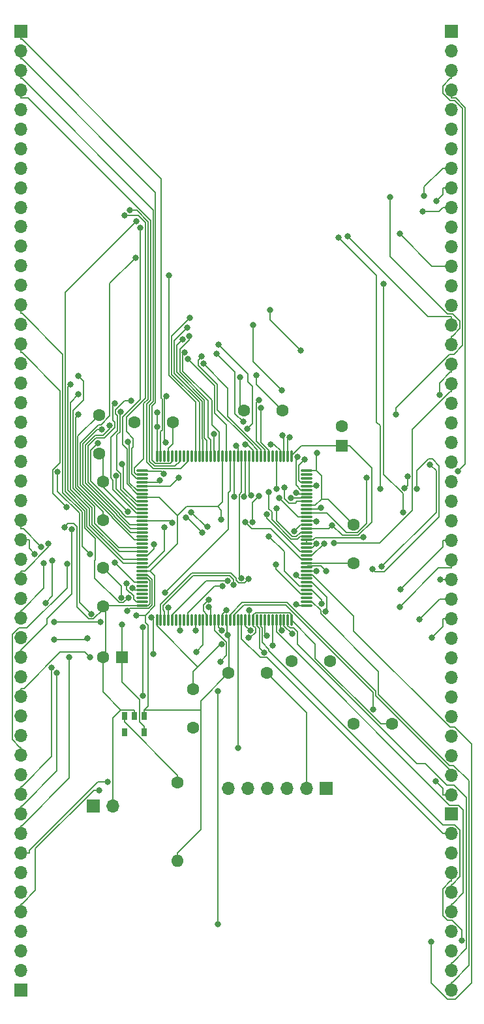
<source format=gbr>
%TF.GenerationSoftware,KiCad,Pcbnew,6.0.11-2627ca5db0~126~ubuntu22.04.1*%
%TF.CreationDate,2023-04-21T14:54:41-05:00*%
%TF.ProjectId,xc2c128_breakout,78633263-3132-4385-9f62-7265616b6f75,rev?*%
%TF.SameCoordinates,Original*%
%TF.FileFunction,Copper,L1,Top*%
%TF.FilePolarity,Positive*%
%FSLAX46Y46*%
G04 Gerber Fmt 4.6, Leading zero omitted, Abs format (unit mm)*
G04 Created by KiCad (PCBNEW 6.0.11-2627ca5db0~126~ubuntu22.04.1) date 2023-04-21 14:54:41*
%MOMM*%
%LPD*%
G01*
G04 APERTURE LIST*
G04 Aperture macros list*
%AMRoundRect*
0 Rectangle with rounded corners*
0 $1 Rounding radius*
0 $2 $3 $4 $5 $6 $7 $8 $9 X,Y pos of 4 corners*
0 Add a 4 corners polygon primitive as box body*
4,1,4,$2,$3,$4,$5,$6,$7,$8,$9,$2,$3,0*
0 Add four circle primitives for the rounded corners*
1,1,$1+$1,$2,$3*
1,1,$1+$1,$4,$5*
1,1,$1+$1,$6,$7*
1,1,$1+$1,$8,$9*
0 Add four rect primitives between the rounded corners*
20,1,$1+$1,$2,$3,$4,$5,0*
20,1,$1+$1,$4,$5,$6,$7,0*
20,1,$1+$1,$6,$7,$8,$9,0*
20,1,$1+$1,$8,$9,$2,$3,0*%
G04 Aperture macros list end*
%TA.AperFunction,ComponentPad*%
%ADD10C,1.600000*%
%TD*%
%TA.AperFunction,SMDPad,CuDef*%
%ADD11RoundRect,0.075000X-0.662500X-0.075000X0.662500X-0.075000X0.662500X0.075000X-0.662500X0.075000X0*%
%TD*%
%TA.AperFunction,SMDPad,CuDef*%
%ADD12RoundRect,0.075000X-0.075000X-0.662500X0.075000X-0.662500X0.075000X0.662500X-0.075000X0.662500X0*%
%TD*%
%TA.AperFunction,ComponentPad*%
%ADD13R,1.700000X1.700000*%
%TD*%
%TA.AperFunction,ComponentPad*%
%ADD14O,1.700000X1.700000*%
%TD*%
%TA.AperFunction,ComponentPad*%
%ADD15O,1.600000X1.600000*%
%TD*%
%TA.AperFunction,SMDPad,CuDef*%
%ADD16R,0.700000X1.100000*%
%TD*%
%TA.AperFunction,ComponentPad*%
%ADD17R,1.600000X1.600000*%
%TD*%
%TA.AperFunction,ViaPad*%
%ADD18C,0.800000*%
%TD*%
%TA.AperFunction,Conductor*%
%ADD19C,0.180000*%
%TD*%
G04 APERTURE END LIST*
D10*
%TO.P,C7,1*%
%TO.N,GND*%
X67056000Y-110276000D03*
%TO.P,C7,2*%
%TO.N,CPLD_1.8V*%
X67056000Y-115276000D03*
%TD*%
%TO.P,C8,1*%
%TO.N,+3.3V*%
X76668000Y-111252000D03*
%TO.P,C8,2*%
%TO.N,GND*%
X71668000Y-111252000D03*
%TD*%
%TO.P,C11,1*%
%TO.N,GND*%
X105116000Y-150368000D03*
%TO.P,C11,2*%
%TO.N,CPLD_1.8V*%
X100116000Y-150368000D03*
%TD*%
%TO.P,C4,1*%
%TO.N,+3.3V*%
X67564000Y-130088000D03*
%TO.P,C4,2*%
%TO.N,GND*%
X67564000Y-135088000D03*
%TD*%
%TO.P,C5,1*%
%TO.N,GND*%
X100076000Y-124500000D03*
%TO.P,C5,2*%
%TO.N,CPLD_1.8V*%
X100076000Y-129500000D03*
%TD*%
%TO.P,C2,1*%
%TO.N,CPLD_1.8V*%
X79248000Y-145836000D03*
%TO.P,C2,2*%
%TO.N,GND*%
X79248000Y-150836000D03*
%TD*%
D11*
%TO.P,U2,1,VCC*%
%TO.N,CPLD_1.8V*%
X72649500Y-117488000D03*
%TO.P,U2,2,GTS2*%
%TO.N,P2*%
X72649500Y-117988000D03*
%TO.P,U2,3,GTS3*%
%TO.N,P3*%
X72649500Y-118488000D03*
%TO.P,U2,4,I/O*%
%TO.N,P4*%
X72649500Y-118988000D03*
%TO.P,U2,5,GTS0*%
%TO.N,P5*%
X72649500Y-119488000D03*
%TO.P,U2,6,GTS1*%
%TO.N,P6*%
X72649500Y-119988000D03*
%TO.P,U2,7,I/O*%
%TO.N,P7*%
X72649500Y-120488000D03*
%TO.P,U2,8,VCCaux*%
%TO.N,+3.3V*%
X72649500Y-120988000D03*
%TO.P,U2,9,I/O*%
%TO.N,P9*%
X72649500Y-121488000D03*
%TO.P,U2,10,I/O*%
%TO.N,P10*%
X72649500Y-121988000D03*
%TO.P,U2,11,I/O*%
%TO.N,P11*%
X72649500Y-122488000D03*
%TO.P,U2,12,I/O*%
%TO.N,P12*%
X72649500Y-122988000D03*
%TO.P,U2,13,I/O*%
%TO.N,P13*%
X72649500Y-123488000D03*
%TO.P,U2,14,I/O*%
%TO.N,P14*%
X72649500Y-123988000D03*
%TO.P,U2,15,I/O*%
%TO.N,P15*%
X72649500Y-124488000D03*
%TO.P,U2,16,I/O*%
%TO.N,P16*%
X72649500Y-124988000D03*
%TO.P,U2,17,I/O*%
%TO.N,P17*%
X72649500Y-125488000D03*
%TO.P,U2,18,NC*%
%TO.N,unconnected-(U2-Pad18)*%
X72649500Y-125988000D03*
%TO.P,U2,19,I/O*%
%TO.N,P19*%
X72649500Y-126488000D03*
%TO.P,U2,20,NC*%
%TO.N,unconnected-(U2-Pad20)*%
X72649500Y-126988000D03*
%TO.P,U2,21,I/O*%
%TO.N,P21*%
X72649500Y-127488000D03*
%TO.P,U2,22,I/O*%
%TO.N,P22*%
X72649500Y-127988000D03*
%TO.P,U2,23,I/O*%
%TO.N,P23*%
X72649500Y-128488000D03*
%TO.P,U2,24,I/O*%
%TO.N,P24*%
X72649500Y-128988000D03*
%TO.P,U2,25,I/O*%
%TO.N,P25*%
X72649500Y-129488000D03*
%TO.P,U2,26,I/O*%
%TO.N,P26*%
X72649500Y-129988000D03*
%TO.P,U2,27,VCCIO1*%
%TO.N,+3.3V*%
X72649500Y-130488000D03*
%TO.P,U2,28,I/O*%
%TO.N,P28*%
X72649500Y-130988000D03*
%TO.P,U2,29,GND*%
%TO.N,GND*%
X72649500Y-131488000D03*
%TO.P,U2,30,GCK0*%
%TO.N,P30*%
X72649500Y-131988000D03*
%TO.P,U2,31,NC*%
%TO.N,unconnected-(U2-Pad31)*%
X72649500Y-132488000D03*
%TO.P,U2,32,GCK1*%
%TO.N,P32*%
X72649500Y-132988000D03*
%TO.P,U2,33,NC*%
%TO.N,unconnected-(U2-Pad33)*%
X72649500Y-133488000D03*
%TO.P,U2,34,NC*%
%TO.N,unconnected-(U2-Pad34)*%
X72649500Y-133988000D03*
%TO.P,U2,35,CDRST*%
%TO.N,P35*%
X72649500Y-134488000D03*
%TO.P,U2,36,GND*%
%TO.N,GND*%
X72649500Y-134988000D03*
D12*
%TO.P,U2,37,VCC*%
%TO.N,CPLD_1.8V*%
X74562000Y-136900500D03*
%TO.P,U2,38,GCK2*%
%TO.N,P38*%
X75062000Y-136900500D03*
%TO.P,U2,39,DGE*%
%TO.N,P39*%
X75562000Y-136900500D03*
%TO.P,U2,40,I/O*%
%TO.N,P40*%
X76062000Y-136900500D03*
%TO.P,U2,41,I/O*%
%TO.N,P41*%
X76562000Y-136900500D03*
%TO.P,U2,42,NC*%
%TO.N,unconnected-(U2-Pad42)*%
X77062000Y-136900500D03*
%TO.P,U2,43,I/O*%
%TO.N,P43*%
X77562000Y-136900500D03*
%TO.P,U2,44,NC*%
%TO.N,unconnected-(U2-Pad44)*%
X78062000Y-136900500D03*
%TO.P,U2,45,I/O*%
%TO.N,P45*%
X78562000Y-136900500D03*
%TO.P,U2,46,NC*%
%TO.N,unconnected-(U2-Pad46)*%
X79062000Y-136900500D03*
%TO.P,U2,47,GND*%
%TO.N,GND*%
X79562000Y-136900500D03*
%TO.P,U2,48,NC*%
%TO.N,unconnected-(U2-Pad48)*%
X80062000Y-136900500D03*
%TO.P,U2,49,I/O*%
%TO.N,P49*%
X80562000Y-136900500D03*
%TO.P,U2,50,I/O*%
%TO.N,P50*%
X81062000Y-136900500D03*
%TO.P,U2,51,I/O*%
%TO.N,P51*%
X81562000Y-136900500D03*
%TO.P,U2,52,I/O*%
%TO.N,P52*%
X82062000Y-136900500D03*
%TO.P,U2,53,I/O*%
%TO.N,P53*%
X82562000Y-136900500D03*
%TO.P,U2,54,I/O*%
%TO.N,P54*%
X83062000Y-136900500D03*
%TO.P,U2,55,VCCIO1*%
%TO.N,+3.3V*%
X83562000Y-136900500D03*
%TO.P,U2,56,I/O*%
%TO.N,P56*%
X84062000Y-136900500D03*
%TO.P,U2,57,I/O*%
%TO.N,P57*%
X84562000Y-136900500D03*
%TO.P,U2,58,I/O*%
%TO.N,P58*%
X85062000Y-136900500D03*
%TO.P,U2,59,I/O*%
%TO.N,P59*%
X85562000Y-136900500D03*
%TO.P,U2,60,I/O*%
%TO.N,P60*%
X86062000Y-136900500D03*
%TO.P,U2,61,I/O*%
%TO.N,P61*%
X86562000Y-136900500D03*
%TO.P,U2,62,GND*%
%TO.N,GND*%
X87062000Y-136900500D03*
%TO.P,U2,63,TDI*%
%TO.N,Net-(J3-Pad5)*%
X87562000Y-136900500D03*
%TO.P,U2,64,I/O*%
%TO.N,P64*%
X88062000Y-136900500D03*
%TO.P,U2,65,TMS*%
%TO.N,Net-(J3-Pad6)*%
X88562000Y-136900500D03*
%TO.P,U2,66,NC*%
%TO.N,unconnected-(U2-Pad66)*%
X89062000Y-136900500D03*
%TO.P,U2,67,TCK*%
%TO.N,Net-(J3-Pad3)*%
X89562000Y-136900500D03*
%TO.P,U2,68,I/O*%
%TO.N,P68*%
X90062000Y-136900500D03*
%TO.P,U2,69,I/O*%
%TO.N,P69*%
X90562000Y-136900500D03*
%TO.P,U2,70,I/O*%
%TO.N,P70*%
X91062000Y-136900500D03*
%TO.P,U2,71,I/O*%
%TO.N,P71*%
X91562000Y-136900500D03*
%TO.P,U2,72,GND*%
%TO.N,GND*%
X92062000Y-136900500D03*
D11*
%TO.P,U2,73,VCCIO1*%
%TO.N,+3.3V*%
X93974500Y-134988000D03*
%TO.P,U2,74,I/O*%
%TO.N,P74*%
X93974500Y-134488000D03*
%TO.P,U2,75,NC*%
%TO.N,unconnected-(U2-Pad75)*%
X93974500Y-133988000D03*
%TO.P,U2,76,I/O*%
%TO.N,P76*%
X93974500Y-133488000D03*
%TO.P,U2,77,I/O*%
%TO.N,P77*%
X93974500Y-132988000D03*
%TO.P,U2,78,I/O*%
%TO.N,P78*%
X93974500Y-132488000D03*
%TO.P,U2,79,I/O*%
%TO.N,P79*%
X93974500Y-131988000D03*
%TO.P,U2,80,I/O*%
%TO.N,P80*%
X93974500Y-131488000D03*
%TO.P,U2,81,I/O*%
%TO.N,P81*%
X93974500Y-130988000D03*
%TO.P,U2,82,I/O*%
%TO.N,P82*%
X93974500Y-130488000D03*
%TO.P,U2,83,I/O*%
%TO.N,P83*%
X93974500Y-129988000D03*
%TO.P,U2,84,VCC*%
%TO.N,CPLD_1.8V*%
X93974500Y-129488000D03*
%TO.P,U2,85,I/O*%
%TO.N,P85*%
X93974500Y-128988000D03*
%TO.P,U2,86,I/O*%
%TO.N,P86*%
X93974500Y-128488000D03*
%TO.P,U2,87,I/O*%
%TO.N,P87*%
X93974500Y-127988000D03*
%TO.P,U2,88,I/O*%
%TO.N,P88*%
X93974500Y-127488000D03*
%TO.P,U2,89,GND*%
%TO.N,GND*%
X93974500Y-126988000D03*
%TO.P,U2,90,GND*%
X93974500Y-126488000D03*
%TO.P,U2,91,I/O*%
%TO.N,P91*%
X93974500Y-125988000D03*
%TO.P,U2,92,I/O*%
%TO.N,P92*%
X93974500Y-125488000D03*
%TO.P,U2,93,VCCIO1*%
%TO.N,+3.3V*%
X93974500Y-124988000D03*
%TO.P,U2,94,I/O*%
%TO.N,P94*%
X93974500Y-124488000D03*
%TO.P,U2,95,I/O*%
%TO.N,P95*%
X93974500Y-123988000D03*
%TO.P,U2,96,I/O*%
%TO.N,P96*%
X93974500Y-123488000D03*
%TO.P,U2,97,I/O*%
%TO.N,P97*%
X93974500Y-122988000D03*
%TO.P,U2,98,I/O*%
%TO.N,P98*%
X93974500Y-122488000D03*
%TO.P,U2,99,GND*%
%TO.N,GND*%
X93974500Y-121988000D03*
%TO.P,U2,100,I/O*%
%TO.N,P100*%
X93974500Y-121488000D03*
%TO.P,U2,101,I/O*%
%TO.N,P101*%
X93974500Y-120988000D03*
%TO.P,U2,102,I/O*%
%TO.N,P102*%
X93974500Y-120488000D03*
%TO.P,U2,103,I/O*%
%TO.N,P103*%
X93974500Y-119988000D03*
%TO.P,U2,104,I/O*%
%TO.N,P104*%
X93974500Y-119488000D03*
%TO.P,U2,105,I/O*%
%TO.N,P105*%
X93974500Y-118988000D03*
%TO.P,U2,106,NC*%
%TO.N,unconnected-(U2-Pad106)*%
X93974500Y-118488000D03*
%TO.P,U2,107,NC*%
%TO.N,unconnected-(U2-Pad107)*%
X93974500Y-117988000D03*
%TO.P,U2,108,GND*%
%TO.N,GND*%
X93974500Y-117488000D03*
D12*
%TO.P,U2,109,VCCIO2*%
%TO.N,+3.3V*%
X92062000Y-115575500D03*
%TO.P,U2,110,I/O*%
%TO.N,P110*%
X91562000Y-115575500D03*
%TO.P,U2,111,I/O*%
%TO.N,P111*%
X91062000Y-115575500D03*
%TO.P,U2,112,I/O*%
%TO.N,P112*%
X90562000Y-115575500D03*
%TO.P,U2,113,I/O*%
%TO.N,P113*%
X90062000Y-115575500D03*
%TO.P,U2,114,NC*%
%TO.N,unconnected-(U2-Pad114)*%
X89562000Y-115575500D03*
%TO.P,U2,115,I/O*%
%TO.N,P115*%
X89062000Y-115575500D03*
%TO.P,U2,116,I/O*%
%TO.N,P116*%
X88562000Y-115575500D03*
%TO.P,U2,117,I/O*%
%TO.N,P117*%
X88062000Y-115575500D03*
%TO.P,U2,118,I/O*%
%TO.N,P118*%
X87562000Y-115575500D03*
%TO.P,U2,119,I/O*%
%TO.N,P119*%
X87062000Y-115575500D03*
%TO.P,U2,120,I/O*%
%TO.N,P120*%
X86562000Y-115575500D03*
%TO.P,U2,121,I/O*%
%TO.N,P121*%
X86062000Y-115575500D03*
%TO.P,U2,122,TDO*%
%TO.N,Net-(J3-Pad4)*%
X85562000Y-115575500D03*
%TO.P,U2,123,GND*%
%TO.N,GND*%
X85062000Y-115575500D03*
%TO.P,U2,124,I/O*%
%TO.N,P124*%
X84562000Y-115575500D03*
%TO.P,U2,125,I/O*%
%TO.N,P125*%
X84062000Y-115575500D03*
%TO.P,U2,126,I/O*%
%TO.N,P126*%
X83562000Y-115575500D03*
%TO.P,U2,127,VCCIO2*%
%TO.N,+3.3V*%
X83062000Y-115575500D03*
%TO.P,U2,128,I/O*%
%TO.N,P128*%
X82562000Y-115575500D03*
%TO.P,U2,129,I/O*%
%TO.N,P129*%
X82062000Y-115575500D03*
%TO.P,U2,130,I/O*%
%TO.N,P130*%
X81562000Y-115575500D03*
%TO.P,U2,131,I/O*%
%TO.N,P131*%
X81062000Y-115575500D03*
%TO.P,U2,132,I/O*%
%TO.N,P132*%
X80562000Y-115575500D03*
%TO.P,U2,133,I/O*%
%TO.N,P133*%
X80062000Y-115575500D03*
%TO.P,U2,134,I/O*%
%TO.N,P134*%
X79562000Y-115575500D03*
%TO.P,U2,135,NC*%
%TO.N,unconnected-(U2-Pad135)*%
X79062000Y-115575500D03*
%TO.P,U2,136,I/O*%
%TO.N,P136*%
X78562000Y-115575500D03*
%TO.P,U2,137,NC*%
%TO.N,unconnected-(U2-Pad137)*%
X78062000Y-115575500D03*
%TO.P,U2,138,I/O*%
%TO.N,P138*%
X77562000Y-115575500D03*
%TO.P,U2,139,NC*%
%TO.N,unconnected-(U2-Pad139)*%
X77062000Y-115575500D03*
%TO.P,U2,140,I/O*%
%TO.N,P140*%
X76562000Y-115575500D03*
%TO.P,U2,141,VCCIO2*%
%TO.N,+3.3V*%
X76062000Y-115575500D03*
%TO.P,U2,142,NC*%
%TO.N,unconnected-(U2-Pad142)*%
X75562000Y-115575500D03*
%TO.P,U2,143,GSR*%
%TO.N,P143*%
X75062000Y-115575500D03*
%TO.P,U2,144,GND*%
%TO.N,GND*%
X74562000Y-115575500D03*
%TD*%
D13*
%TO.P,J3,1,Pin_1*%
%TO.N,+3.3V*%
X96520000Y-158750000D03*
D14*
%TO.P,J3,2,Pin_2*%
%TO.N,GND*%
X93980000Y-158750000D03*
%TO.P,J3,3,Pin_3*%
%TO.N,Net-(J3-Pad3)*%
X91440000Y-158750000D03*
%TO.P,J3,4,Pin_4*%
%TO.N,Net-(J3-Pad4)*%
X88900000Y-158750000D03*
%TO.P,J3,5,Pin_5*%
%TO.N,Net-(J3-Pad5)*%
X86360000Y-158750000D03*
%TO.P,J3,6,Pin_6*%
%TO.N,Net-(J3-Pad6)*%
X83820000Y-158750000D03*
%TD*%
D10*
%TO.P,R1,1*%
%TO.N,Net-(R1-Pad1)*%
X77216000Y-157988000D03*
D15*
%TO.P,R1,2*%
%TO.N,+3.3V*%
X77216000Y-168148000D03*
%TD*%
D14*
%TO.P,J6,40,Pin_40*%
%TO.N,P128*%
X56896000Y-85852000D03*
%TO.P,J6,39,Pin_39*%
%TO.N,P126*%
X56896000Y-88392000D03*
%TO.P,J6,38,Pin_38*%
%TO.N,P125*%
X56896000Y-90932000D03*
%TO.P,J6,37,Pin_37*%
%TO.N,P124*%
X56896000Y-93472000D03*
%TO.P,J6,36,Pin_36*%
%TO.N,P121*%
X56896000Y-96012000D03*
%TO.P,J6,35,Pin_35*%
%TO.N,P120*%
X56896000Y-98552000D03*
%TO.P,J6,34,Pin_34*%
%TO.N,P119*%
X56896000Y-101092000D03*
%TO.P,J6,33,Pin_33*%
%TO.N,P118*%
X56896000Y-103632000D03*
%TO.P,J6,32,Pin_32*%
%TO.N,P117*%
X56896000Y-106172000D03*
%TO.P,J6,31,Pin_31*%
%TO.N,P116*%
X56896000Y-108712000D03*
%TO.P,J6,30,Pin_30*%
%TO.N,P115*%
X56896000Y-111252000D03*
%TO.P,J6,29,Pin_29*%
%TO.N,P113*%
X56896000Y-113792000D03*
%TO.P,J6,28,Pin_28*%
%TO.N,P112*%
X56896000Y-116332000D03*
%TO.P,J6,27,Pin_27*%
%TO.N,P111*%
X56896000Y-118872000D03*
%TO.P,J6,26,Pin_26*%
%TO.N,P110*%
X56896000Y-121412000D03*
%TO.P,J6,25,Pin_25*%
%TO.N,P105*%
X56896000Y-123952000D03*
%TO.P,J6,24,Pin_24*%
%TO.N,P104*%
X56896000Y-126492000D03*
%TO.P,J6,23,Pin_23*%
%TO.N,P103*%
X56896000Y-129032000D03*
%TO.P,J6,22,Pin_22*%
%TO.N,P102*%
X56896000Y-131572000D03*
%TO.P,J6,21,Pin_21*%
%TO.N,P101*%
X56896000Y-134112000D03*
%TO.P,J6,20,Pin_20*%
%TO.N,P100*%
X56896000Y-136652000D03*
%TO.P,J6,19,Pin_19*%
%TO.N,P98*%
X56896000Y-139192000D03*
%TO.P,J6,18,Pin_18*%
%TO.N,P97*%
X56896000Y-141732000D03*
%TO.P,J6,17,Pin_17*%
%TO.N,P96*%
X56896000Y-144272000D03*
%TO.P,J6,16,Pin_16*%
%TO.N,P95*%
X56896000Y-146812000D03*
%TO.P,J6,15,Pin_15*%
%TO.N,P94*%
X56896000Y-149352000D03*
%TO.P,J6,14,Pin_14*%
%TO.N,P92*%
X56896000Y-151892000D03*
%TO.P,J6,13,Pin_13*%
%TO.N,P91*%
X56896000Y-154432000D03*
%TO.P,J6,12,Pin_12*%
%TO.N,P88*%
X56896000Y-156972000D03*
%TO.P,J6,11,Pin_11*%
%TO.N,P87*%
X56896000Y-159512000D03*
%TO.P,J6,10,Pin_10*%
%TO.N,P86*%
X56896000Y-162052000D03*
%TO.P,J6,9,Pin_9*%
%TO.N,P85*%
X56896000Y-164592000D03*
%TO.P,J6,8,Pin_8*%
%TO.N,P83*%
X56896000Y-167132000D03*
%TO.P,J6,7,Pin_7*%
%TO.N,P82*%
X56896000Y-169672000D03*
%TO.P,J6,6,Pin_6*%
%TO.N,P81*%
X56896000Y-172212000D03*
%TO.P,J6,5,Pin_5*%
%TO.N,P80*%
X56896000Y-174752000D03*
%TO.P,J6,4,Pin_4*%
%TO.N,P79*%
X56896000Y-177292000D03*
%TO.P,J6,3,Pin_3*%
%TO.N,P78*%
X56896000Y-179832000D03*
%TO.P,J6,2,Pin_2*%
%TO.N,P77*%
X56896000Y-182372000D03*
D13*
%TO.P,J6,1,Pin_1*%
%TO.N,P76*%
X56896000Y-184912000D03*
%TD*%
D10*
%TO.P,C6,1*%
%TO.N,+3.3V*%
X97068000Y-142240000D03*
%TO.P,C6,2*%
%TO.N,GND*%
X92068000Y-142240000D03*
%TD*%
D13*
%TO.P,J4,1,Pin_1*%
%TO.N,+3.3V*%
X66289000Y-161036000D03*
D14*
%TO.P,J4,2,Pin_2*%
%TO.N,GND*%
X68829000Y-161036000D03*
%TD*%
D13*
%TO.P,J2,1,Pin_1*%
%TO.N,P2*%
X112776000Y-60457000D03*
D14*
%TO.P,J2,2,Pin_2*%
%TO.N,P3*%
X112776000Y-62997000D03*
%TO.P,J2,3,Pin_3*%
%TO.N,P4*%
X112776000Y-65537000D03*
%TO.P,J2,4,Pin_4*%
%TO.N,P5*%
X112776000Y-68077000D03*
%TO.P,J2,5,Pin_5*%
%TO.N,P6*%
X112776000Y-70617000D03*
%TO.P,J2,6,Pin_6*%
%TO.N,P7*%
X112776000Y-73157000D03*
%TO.P,J2,7,Pin_7*%
%TO.N,P9*%
X112776000Y-75697000D03*
%TO.P,J2,8,Pin_8*%
%TO.N,P10*%
X112776000Y-78237000D03*
%TO.P,J2,9,Pin_9*%
%TO.N,P11*%
X112776000Y-80777000D03*
%TO.P,J2,10,Pin_10*%
%TO.N,P12*%
X112776000Y-83317000D03*
%TO.P,J2,11,Pin_11*%
%TO.N,P13*%
X112776000Y-85857000D03*
%TO.P,J2,12,Pin_12*%
%TO.N,P14*%
X112776000Y-88397000D03*
%TO.P,J2,13,Pin_13*%
%TO.N,P15*%
X112776000Y-90937000D03*
%TO.P,J2,14,Pin_14*%
%TO.N,P16*%
X112776000Y-93477000D03*
%TO.P,J2,15,Pin_15*%
%TO.N,P17*%
X112776000Y-96017000D03*
%TO.P,J2,16,Pin_16*%
%TO.N,P19*%
X112776000Y-98557000D03*
%TO.P,J2,17,Pin_17*%
%TO.N,P21*%
X112776000Y-101097000D03*
%TO.P,J2,18,Pin_18*%
%TO.N,P22*%
X112776000Y-103637000D03*
%TO.P,J2,19,Pin_19*%
%TO.N,P23*%
X112776000Y-106177000D03*
%TO.P,J2,20,Pin_20*%
%TO.N,P24*%
X112776000Y-108717000D03*
%TO.P,J2,21,Pin_21*%
%TO.N,P25*%
X112776000Y-111257000D03*
%TO.P,J2,22,Pin_22*%
%TO.N,P26*%
X112776000Y-113797000D03*
%TO.P,J2,23,Pin_23*%
%TO.N,P28*%
X112776000Y-116337000D03*
%TO.P,J2,24,Pin_24*%
%TO.N,P30*%
X112776000Y-118877000D03*
%TO.P,J2,25,Pin_25*%
%TO.N,P32*%
X112776000Y-121417000D03*
%TO.P,J2,26,Pin_26*%
%TO.N,P35*%
X112776000Y-123957000D03*
%TO.P,J2,27,Pin_27*%
%TO.N,P38*%
X112776000Y-126497000D03*
%TO.P,J2,28,Pin_28*%
%TO.N,P39*%
X112776000Y-129037000D03*
%TO.P,J2,29,Pin_29*%
%TO.N,P40*%
X112776000Y-131577000D03*
%TO.P,J2,30,Pin_30*%
%TO.N,P41*%
X112776000Y-134117000D03*
%TO.P,J2,31,Pin_31*%
%TO.N,P43*%
X112776000Y-136657000D03*
%TO.P,J2,32,Pin_32*%
%TO.N,P45*%
X112776000Y-139197000D03*
%TO.P,J2,33,Pin_33*%
%TO.N,P49*%
X112776000Y-141737000D03*
%TO.P,J2,34,Pin_34*%
%TO.N,P50*%
X112776000Y-144277000D03*
%TO.P,J2,35,Pin_35*%
%TO.N,P51*%
X112776000Y-146817000D03*
%TO.P,J2,36,Pin_36*%
%TO.N,P52*%
X112776000Y-149357000D03*
%TO.P,J2,37,Pin_37*%
%TO.N,P53*%
X112776000Y-151897000D03*
%TO.P,J2,38,Pin_38*%
%TO.N,P54*%
X112776000Y-154437000D03*
%TO.P,J2,39,Pin_39*%
%TO.N,P56*%
X112776000Y-156977000D03*
%TO.P,J2,40,Pin_40*%
%TO.N,P57*%
X112776000Y-159517000D03*
%TD*%
D10*
%TO.P,C9,1*%
%TO.N,GND*%
X67564000Y-123912000D03*
%TO.P,C9,2*%
%TO.N,CPLD_1.8V*%
X67564000Y-118912000D03*
%TD*%
D16*
%TO.P,U1,1,V_in*%
%TO.N,+3.3V*%
X72928000Y-149318000D03*
%TO.P,U1,2,GND*%
%TO.N,GND*%
X71628000Y-149318000D03*
%TO.P,U1,3,EN*%
%TO.N,Net-(R1-Pad1)*%
X70328000Y-149318000D03*
%TO.P,U1,4,NC*%
%TO.N,unconnected-(U1-Pad4)*%
X70328000Y-151418000D03*
%TO.P,U1,5,V_out*%
%TO.N,CPLD_1.8V*%
X72898000Y-151418000D03*
%TD*%
D17*
%TO.P,C3,1*%
%TO.N,CPLD_1.8V*%
X70064000Y-141732000D03*
D10*
%TO.P,C3,2*%
%TO.N,GND*%
X67564000Y-141732000D03*
%TD*%
D17*
%TO.P,C12,1*%
%TO.N,+3.3V*%
X98552000Y-114260000D03*
D10*
%TO.P,C12,2*%
%TO.N,GND*%
X98552000Y-111760000D03*
%TD*%
D14*
%TO.P,J1,10,Pin_10*%
%TO.N,P74*%
X112776000Y-184912000D03*
%TO.P,J1,9,Pin_9*%
%TO.N,P71*%
X112776000Y-182372000D03*
%TO.P,J1,8,Pin_8*%
%TO.N,P70*%
X112776000Y-179832000D03*
%TO.P,J1,7,Pin_7*%
%TO.N,P69*%
X112776000Y-177292000D03*
%TO.P,J1,6,Pin_6*%
%TO.N,P68*%
X112776000Y-174752000D03*
%TO.P,J1,5,Pin_5*%
%TO.N,P64*%
X112776000Y-172212000D03*
%TO.P,J1,4,Pin_4*%
%TO.N,P61*%
X112776000Y-169672000D03*
%TO.P,J1,3,Pin_3*%
%TO.N,P60*%
X112776000Y-167132000D03*
%TO.P,J1,2,Pin_2*%
%TO.N,P59*%
X112776000Y-164592000D03*
D13*
%TO.P,J1,1,Pin_1*%
%TO.N,P58*%
X112776000Y-162052000D03*
%TD*%
D10*
%TO.P,C1,2*%
%TO.N,GND*%
X88860000Y-143764000D03*
%TO.P,C1,1*%
%TO.N,+3.3V*%
X83860000Y-143764000D03*
%TD*%
D14*
%TO.P,J5,10,Pin_10*%
%TO.N,P129*%
X56896000Y-83317000D03*
%TO.P,J5,9,Pin_9*%
%TO.N,P130*%
X56896000Y-80777000D03*
%TO.P,J5,8,Pin_8*%
%TO.N,P131*%
X56896000Y-78237000D03*
%TO.P,J5,7,Pin_7*%
%TO.N,P132*%
X56896000Y-75697000D03*
%TO.P,J5,6,Pin_6*%
%TO.N,P133*%
X56896000Y-73157000D03*
%TO.P,J5,5,Pin_5*%
%TO.N,P134*%
X56896000Y-70617000D03*
%TO.P,J5,4,Pin_4*%
%TO.N,P136*%
X56896000Y-68077000D03*
%TO.P,J5,3,Pin_3*%
%TO.N,P138*%
X56896000Y-65537000D03*
%TO.P,J5,2,Pin_2*%
%TO.N,P140*%
X56896000Y-62997000D03*
D13*
%TO.P,J5,1,Pin_1*%
%TO.N,P143*%
X56896000Y-60457000D03*
%TD*%
D10*
%TO.P,C10,1*%
%TO.N,+3.3V*%
X85892000Y-109728000D03*
%TO.P,C10,2*%
%TO.N,GND*%
X90892000Y-109728000D03*
%TD*%
D18*
%TO.N,P128*%
X78170200Y-102109900D03*
%TO.N,P126*%
X78603500Y-103020500D03*
%TO.N,P125*%
X61205600Y-137114100D03*
X67233700Y-137114100D03*
X75631100Y-133329100D03*
%TO.N,P124*%
X84562000Y-120866900D03*
%TO.N,P121*%
X65866900Y-128312400D03*
X85882600Y-120866800D03*
%TO.N,P120*%
X86832800Y-120685000D03*
%TO.N,P119*%
X62819200Y-122196700D03*
X86043400Y-114111700D03*
%TO.N,P118*%
X80390800Y-102677600D03*
%TO.N,P117*%
X80594000Y-103627800D03*
%TO.N,P116*%
X87828200Y-108334500D03*
%TO.N,P115*%
X88103600Y-109349800D03*
%TO.N,P113*%
X90062000Y-119881800D03*
%TO.N,P112*%
X89341800Y-114083900D03*
%TO.N,P111*%
X90875900Y-112872700D03*
%TO.N,P110*%
X91826100Y-113121800D03*
%TO.N,P105*%
X59548100Y-127387800D03*
X93722900Y-116027900D03*
%TO.N,P104*%
X58675600Y-128271600D03*
X95262500Y-119418700D03*
%TO.N,P103*%
X92768700Y-115697800D03*
%TO.N,P102*%
X60464800Y-126930700D03*
X92675800Y-120384500D03*
%TO.N,P101*%
X91987000Y-121042700D03*
%TO.N,P100*%
X59896500Y-129467400D03*
X91112400Y-119646700D03*
%TO.N,P98*%
X61209200Y-139415600D03*
X65563000Y-139218700D03*
X103751200Y-129948100D03*
X110026200Y-116671800D03*
X95817900Y-122333900D03*
%TO.N,P97*%
X101798400Y-118411200D03*
X63533300Y-125085400D03*
%TO.N,P96*%
X60084800Y-134625000D03*
X60958000Y-129130600D03*
X90451600Y-121059000D03*
%TO.N,P95*%
X65893100Y-141716500D03*
X72738300Y-146689200D03*
X72738300Y-137793600D03*
X102526000Y-130245900D03*
X108326700Y-119855200D03*
X95277700Y-124076800D03*
%TO.N,P94*%
X92372400Y-125350400D03*
%TO.N,P92*%
X90071900Y-122400100D03*
%TO.N,P91*%
X62891600Y-129617700D03*
X89111800Y-120301800D03*
%TO.N,P88*%
X95285400Y-126945100D03*
%TO.N,P87*%
X60890200Y-143087400D03*
X88791600Y-123108600D03*
%TO.N,P86*%
X61592100Y-143759100D03*
X96235500Y-126945100D03*
%TO.N,P85*%
X63208700Y-141674100D03*
X86040600Y-124184700D03*
%TO.N,P83*%
X68157300Y-157820200D03*
X96527800Y-130542500D03*
%TO.N,P82*%
X95298800Y-130552400D03*
%TO.N,P81*%
X110198100Y-178623700D03*
%TO.N,P80*%
X67057100Y-158921700D03*
X92640800Y-131060400D03*
%TO.N,P79*%
X82478600Y-176283500D03*
X82478600Y-146071100D03*
X96469000Y-135790100D03*
%TO.N,P78*%
X89114300Y-126039400D03*
%TO.N,P77*%
X95910400Y-134760100D03*
%TO.N,P76*%
X89984500Y-129630400D03*
%TO.N,P129*%
X82572700Y-101139600D03*
X86257600Y-112055100D03*
X81982200Y-112722100D03*
%TO.N,P130*%
X78766300Y-100043600D03*
%TO.N,P131*%
X77875400Y-100497500D03*
%TO.N,P132*%
X78521300Y-98923500D03*
%TO.N,P133*%
X78863000Y-97650800D03*
%TO.N,P134*%
X76123000Y-92147000D03*
%TO.N,Net-(J3-Pad6)*%
X88862400Y-138919400D03*
%TO.N,Net-(J3-Pad5)*%
X88467600Y-141072700D03*
%TO.N,Net-(J3-Pad4)*%
X85484500Y-131406900D03*
%TO.N,Net-(J3-Pad3)*%
X89562000Y-140192100D03*
%TO.N,P57*%
X110757000Y-157739600D03*
X102647700Y-148470600D03*
%TO.N,P54*%
X83591900Y-135597600D03*
%TO.N,P53*%
X82980500Y-138210000D03*
%TO.N,P52*%
X82781700Y-142265900D03*
%TO.N,P51*%
X81251600Y-135207300D03*
%TO.N,P50*%
X81251600Y-134257100D03*
%TO.N,P49*%
X73848400Y-136490100D03*
X74099700Y-141238800D03*
X79659000Y-140989100D03*
%TO.N,P45*%
X83033100Y-132439300D03*
%TO.N,P43*%
X110253300Y-139179700D03*
X77562000Y-138192500D03*
%TO.N,P41*%
X108630000Y-136768600D03*
X83705000Y-131767400D03*
%TO.N,P40*%
X111366800Y-131577000D03*
X76000000Y-135263500D03*
%TO.N,P39*%
X106089200Y-135149500D03*
X84541600Y-132274600D03*
%TO.N,P38*%
X106195600Y-132863800D03*
X86434700Y-131568500D03*
%TO.N,P35*%
X70604000Y-132088300D03*
%TO.N,P32*%
X71357100Y-132679000D03*
%TO.N,P30*%
X107083100Y-118263500D03*
X106713600Y-119785000D03*
X69086900Y-129422400D03*
%TO.N,P28*%
X70735000Y-135668800D03*
X70896400Y-133959300D03*
X71915800Y-85138600D03*
X98166100Y-87264100D03*
X103516200Y-119848000D03*
%TO.N,P26*%
X86990800Y-124127800D03*
X87811400Y-120789700D03*
X75526300Y-124850600D03*
%TO.N,P25*%
X85736300Y-111088500D03*
X82345200Y-102336700D03*
X63300300Y-106305500D03*
%TO.N,P24*%
X90809600Y-107086000D03*
X87023800Y-98584000D03*
X64372000Y-107593200D03*
%TO.N,P23*%
X97567400Y-126841300D03*
X80435300Y-125480700D03*
X78306100Y-123569000D03*
X74182700Y-127032000D03*
%TO.N,P22*%
X111250500Y-107636200D03*
X64344500Y-105224500D03*
%TO.N,P21*%
X104837000Y-81977200D03*
X64370900Y-110195300D03*
%TO.N,P19*%
X99297800Y-87052000D03*
X71780200Y-89877100D03*
%TO.N,P17*%
X67367600Y-112161600D03*
X75762400Y-107793500D03*
X75716800Y-113857000D03*
%TO.N,P16*%
X68454000Y-111596100D03*
%TO.N,P15*%
X106095700Y-86752800D03*
X69098500Y-108776500D03*
%TO.N,P14*%
X76557600Y-124286400D03*
X79029100Y-122853800D03*
X81110700Y-124795600D03*
X106479600Y-122935900D03*
X103993200Y-93245100D03*
%TO.N,P13*%
X66924200Y-113924600D03*
X89234700Y-96651700D03*
X93255900Y-101933300D03*
%TO.N,P12*%
X109052500Y-83831900D03*
X71221100Y-108453700D03*
%TO.N,P11*%
X110863300Y-82478600D03*
X69231100Y-118150800D03*
%TO.N,P10*%
X109262000Y-81845900D03*
X69844900Y-109840700D03*
%TO.N,P9*%
X70029200Y-116653600D03*
%TO.N,P7*%
X72426900Y-85971400D03*
%TO.N,P6*%
X70775600Y-113785900D03*
%TO.N,P5*%
X77377800Y-118438300D03*
X113671200Y-117525400D03*
%TO.N,P4*%
X105550100Y-110174100D03*
X74904700Y-118720100D03*
%TO.N,P3*%
X70326800Y-84364000D03*
%TO.N,P2*%
X71031200Y-83723900D03*
%TO.N,P70*%
X92151900Y-138658300D03*
%TO.N,P69*%
X90802900Y-138243100D03*
%TO.N,P61*%
X114108600Y-178418000D03*
X86562000Y-135595600D03*
%TO.N,P60*%
X86672100Y-138199900D03*
%TO.N,P58*%
X85062000Y-153477300D03*
%TO.N,CPLD_1.8V*%
X82944900Y-139987500D03*
X70020900Y-137460400D03*
X66027500Y-136095400D03*
X61685100Y-117659600D03*
X70750800Y-122778300D03*
X75414200Y-117885900D03*
%TO.N,GND*%
X74562000Y-109974400D03*
X84833300Y-114264600D03*
X95337000Y-115194100D03*
X86418200Y-139174000D03*
X62575100Y-124822700D03*
X74562000Y-111810400D03*
X87430800Y-105102900D03*
X101347600Y-126154100D03*
X79562000Y-138190400D03*
%TO.N,+3.3V*%
X92672600Y-134792600D03*
X71872400Y-136282200D03*
X69946200Y-133954400D03*
X85367600Y-105395300D03*
X83751000Y-138783300D03*
X82920800Y-123797700D03*
X97301600Y-124565000D03*
%TD*%
D19*
%TO.N,Net-(R1-Pad1)*%
X77216000Y-156996100D02*
X77216000Y-157988000D01*
X70328000Y-150108100D02*
X77216000Y-156996100D01*
X70328000Y-149318000D02*
X70328000Y-150108100D01*
%TO.N,P128*%
X77940500Y-102339600D02*
X78170200Y-102109900D01*
X77940500Y-104626600D02*
X77940500Y-102339600D01*
X81672300Y-108358400D02*
X77940500Y-104626600D01*
X81672300Y-111506900D02*
X81672300Y-108358400D01*
X82671500Y-112506100D02*
X81672300Y-111506900D01*
X82671500Y-115466000D02*
X82671500Y-112506100D01*
X82562000Y-115575500D02*
X82671500Y-115466000D01*
%TO.N,P126*%
X82052400Y-106469400D02*
X78603500Y-103020500D01*
X82052400Y-110051500D02*
X82052400Y-106469400D01*
X83562000Y-111561100D02*
X82052400Y-110051500D01*
X83562000Y-115575500D02*
X83562000Y-111561100D01*
%TO.N,P125*%
X83862300Y-125097900D02*
X75631100Y-133329100D01*
X83862300Y-120331200D02*
X83862300Y-125097900D01*
X84062000Y-120131500D02*
X83862300Y-120331200D01*
X84062000Y-115575500D02*
X84062000Y-120131500D01*
X61205600Y-137114100D02*
X67233700Y-137114100D01*
%TO.N,P124*%
X84562000Y-115575500D02*
X84562000Y-120866900D01*
%TO.N,P121*%
X56896000Y-96012000D02*
X56896000Y-97102100D01*
X86062000Y-120687400D02*
X85882600Y-120866800D01*
X86062000Y-115575500D02*
X86062000Y-120687400D01*
X64833700Y-127279200D02*
X65866900Y-128312400D01*
X64833700Y-122838900D02*
X64833700Y-127279200D01*
X62325300Y-120330500D02*
X64833700Y-122838900D01*
X62325300Y-102380600D02*
X62325300Y-120330500D01*
X57046800Y-97102100D02*
X62325300Y-102380600D01*
X56896000Y-97102100D02*
X57046800Y-97102100D01*
%TO.N,P120*%
X86562000Y-120414200D02*
X86832800Y-120685000D01*
X86562000Y-115575500D02*
X86562000Y-120414200D01*
%TO.N,P119*%
X87062000Y-114889000D02*
X87062000Y-115575500D01*
X86284700Y-114111700D02*
X87062000Y-114889000D01*
X86043400Y-114111700D02*
X86284700Y-114111700D01*
X56896000Y-101092000D02*
X56896000Y-102182100D01*
X61045000Y-120422500D02*
X62819200Y-122196700D01*
X61045000Y-117394500D02*
X61045000Y-120422500D01*
X61995200Y-116444300D02*
X61045000Y-117394500D01*
X61995200Y-107145000D02*
X61995200Y-116444300D01*
X57032300Y-102182100D02*
X61995200Y-107145000D01*
X56896000Y-102182100D02*
X57032300Y-102182100D01*
%TO.N,P118*%
X87562000Y-114734300D02*
X87562000Y-115575500D01*
X86683500Y-113855800D02*
X87562000Y-114734300D01*
X86683500Y-113846500D02*
X86683500Y-113855800D01*
X85862300Y-113025300D02*
X86683500Y-113846500D01*
X85855700Y-113025300D02*
X85862300Y-113025300D01*
X82392100Y-109561700D02*
X85855700Y-113025300D01*
X82392100Y-106331400D02*
X82392100Y-109561700D01*
X79911800Y-103851100D02*
X82392100Y-106331400D01*
X79911800Y-103156600D02*
X79911800Y-103851100D01*
X80390800Y-102677600D02*
X79911800Y-103156600D01*
%TO.N,P117*%
X88062000Y-114767400D02*
X88062000Y-115575500D01*
X87013600Y-113719000D02*
X88062000Y-114767400D01*
X87013600Y-113709700D02*
X87013600Y-113719000D01*
X85999100Y-112695200D02*
X87013600Y-113709700D01*
X85992500Y-112695200D02*
X85999100Y-112695200D01*
X83738100Y-110440800D02*
X85992500Y-112695200D01*
X83738100Y-106771900D02*
X83738100Y-110440800D01*
X80594000Y-103627800D02*
X83738100Y-106771900D01*
%TO.N,P116*%
X87462900Y-108699800D02*
X87828200Y-108334500D01*
X87462900Y-113701400D02*
X87462900Y-108699800D01*
X88562000Y-114800500D02*
X87462900Y-113701400D01*
X88562000Y-115575500D02*
X88562000Y-114800500D01*
%TO.N,P115*%
X88103600Y-113875200D02*
X88103600Y-109349800D01*
X89062000Y-114833600D02*
X88103600Y-113875200D01*
X89062000Y-115575500D02*
X89062000Y-114833600D01*
%TO.N,P113*%
X90062000Y-115575500D02*
X90062000Y-119881800D01*
%TO.N,P112*%
X90562000Y-114879800D02*
X90562000Y-115575500D01*
X89766100Y-114083900D02*
X90562000Y-114879800D01*
X89341800Y-114083900D02*
X89766100Y-114083900D01*
%TO.N,P111*%
X91062000Y-113058800D02*
X90875900Y-112872700D01*
X91062000Y-115575500D02*
X91062000Y-113058800D01*
%TO.N,P110*%
X91562000Y-113385900D02*
X91826100Y-113121800D01*
X91562000Y-115575500D02*
X91562000Y-113385900D01*
%TO.N,P105*%
X56896000Y-123952000D02*
X56896000Y-125042100D01*
X92958700Y-116792100D02*
X93722900Y-116027900D01*
X92958700Y-118713400D02*
X92958700Y-116792100D01*
X93233300Y-118988000D02*
X92958700Y-118713400D01*
X93974500Y-118988000D02*
X93233300Y-118988000D01*
X57202400Y-125042100D02*
X59548100Y-127387800D01*
X56896000Y-125042100D02*
X57202400Y-125042100D01*
%TO.N,P104*%
X56896000Y-126492000D02*
X57986100Y-126492000D01*
X57986100Y-127582100D02*
X58675600Y-128271600D01*
X57986100Y-126492000D02*
X57986100Y-127582100D01*
X95193200Y-119488000D02*
X93974500Y-119488000D01*
X95262500Y-119418700D02*
X95193200Y-119488000D01*
%TO.N,P103*%
X92628600Y-115837900D02*
X92768700Y-115697800D01*
X92628600Y-119350700D02*
X92628600Y-115837900D01*
X93265900Y-119988000D02*
X92628600Y-119350700D01*
X93974500Y-119988000D02*
X93265900Y-119988000D01*
%TO.N,P102*%
X92779300Y-120488000D02*
X92675800Y-120384500D01*
X93974500Y-120488000D02*
X92779300Y-120488000D01*
X56896000Y-131572000D02*
X56896000Y-130481900D01*
X60464800Y-127408700D02*
X60464800Y-126930700D01*
X57391600Y-130481900D02*
X60464800Y-127408700D01*
X56896000Y-130481900D02*
X57391600Y-130481900D01*
%TO.N,P101*%
X93919800Y-121042700D02*
X91987000Y-121042700D01*
X93974500Y-120988000D02*
X93919800Y-121042700D01*
%TO.N,P100*%
X59896500Y-132697700D02*
X59896500Y-129467400D01*
X57032300Y-135561900D02*
X59896500Y-132697700D01*
X56896000Y-135561900D02*
X57032300Y-135561900D01*
X91112400Y-121133600D02*
X91112400Y-119646700D01*
X91663100Y-121684300D02*
X91112400Y-121133600D01*
X92540400Y-121684300D02*
X91663100Y-121684300D01*
X92736700Y-121488000D02*
X92540400Y-121684300D01*
X93974500Y-121488000D02*
X92736700Y-121488000D01*
X56896000Y-136652000D02*
X56896000Y-135561900D01*
%TO.N,P98*%
X110828900Y-122870400D02*
X103751200Y-129948100D01*
X110828900Y-117474500D02*
X110828900Y-122870400D01*
X110026200Y-116671800D02*
X110828900Y-117474500D01*
X95663800Y-122488000D02*
X95817900Y-122333900D01*
X93974500Y-122488000D02*
X95663800Y-122488000D01*
X65366100Y-139415600D02*
X65563000Y-139218700D01*
X61209200Y-139415600D02*
X65366100Y-139415600D01*
%TO.N,P97*%
X56896000Y-141732000D02*
X56896000Y-140641900D01*
X96629900Y-122988000D02*
X93974500Y-122988000D01*
X99182100Y-125540200D02*
X96629900Y-122988000D01*
X100580400Y-125540200D02*
X99182100Y-125540200D01*
X101798400Y-124322200D02*
X100580400Y-125540200D01*
X101798400Y-118411200D02*
X101798400Y-124322200D01*
X57008900Y-140641900D02*
X56896000Y-140641900D01*
X60253500Y-137397300D02*
X57008900Y-140641900D01*
X60253500Y-136733800D02*
X60253500Y-137397300D01*
X63533300Y-133454000D02*
X60253500Y-136733800D01*
X63533300Y-125085400D02*
X63533300Y-133454000D01*
%TO.N,P96*%
X60958000Y-133751800D02*
X60958000Y-129130600D01*
X60084800Y-134625000D02*
X60958000Y-133751800D01*
X92880600Y-123488000D02*
X90451600Y-121059000D01*
X93974500Y-123488000D02*
X92880600Y-123488000D01*
%TO.N,P95*%
X72738300Y-146689200D02*
X72738300Y-137793600D01*
X56896000Y-146812000D02*
X56896000Y-145721900D01*
X108326700Y-117465900D02*
X108326700Y-119855200D01*
X109810000Y-115982600D02*
X108326700Y-117465900D01*
X110318600Y-115982600D02*
X109810000Y-115982600D01*
X111196500Y-116860500D02*
X110318600Y-115982600D01*
X111196500Y-123463300D02*
X111196500Y-116860500D01*
X104059900Y-130599900D02*
X111196500Y-123463300D01*
X102880000Y-130599900D02*
X104059900Y-130599900D01*
X102526000Y-130245900D02*
X102880000Y-130599900D01*
X65169000Y-140992400D02*
X65893100Y-141716500D01*
X62022300Y-140992400D02*
X65169000Y-140992400D01*
X57292800Y-145721900D02*
X62022300Y-140992400D01*
X56896000Y-145721900D02*
X57292800Y-145721900D01*
X95188900Y-123988000D02*
X93974500Y-123988000D01*
X95277700Y-124076800D02*
X95188900Y-123988000D01*
%TO.N,P94*%
X93234800Y-124488000D02*
X92372400Y-125350400D01*
X93974500Y-124488000D02*
X93234800Y-124488000D01*
%TO.N,P92*%
X90071900Y-123955100D02*
X90071900Y-122400100D01*
X92144600Y-126027800D02*
X90071900Y-123955100D01*
X92674900Y-126027800D02*
X92144600Y-126027800D01*
X93214700Y-125488000D02*
X92674900Y-126027800D01*
X93974500Y-125488000D02*
X93214700Y-125488000D01*
%TO.N,P91*%
X56896000Y-154432000D02*
X56896000Y-153341900D01*
X62891600Y-132723500D02*
X62891600Y-129617700D01*
X57693100Y-137922000D02*
X62891600Y-132723500D01*
X56617300Y-137922000D02*
X57693100Y-137922000D01*
X55781500Y-138757800D02*
X56617300Y-137922000D01*
X55781500Y-152363700D02*
X55781500Y-138757800D01*
X56759700Y-153341900D02*
X55781500Y-152363700D01*
X56896000Y-153341900D02*
X56759700Y-153341900D01*
X89111800Y-122434300D02*
X89111800Y-120301800D01*
X89474700Y-122797200D02*
X89111800Y-122434300D01*
X89474700Y-123853100D02*
X89474700Y-122797200D01*
X91985000Y-126363400D02*
X89474700Y-123853100D01*
X92806200Y-126363400D02*
X91985000Y-126363400D01*
X93181600Y-125988000D02*
X92806200Y-126363400D01*
X93974500Y-125988000D02*
X93181600Y-125988000D01*
%TO.N,P88*%
X94742500Y-127488000D02*
X95285400Y-126945100D01*
X93974500Y-127488000D02*
X94742500Y-127488000D01*
%TO.N,P87*%
X56896000Y-159512000D02*
X56896000Y-158421900D01*
X60890200Y-154564000D02*
X60890200Y-143087400D01*
X57032300Y-158421900D02*
X60890200Y-154564000D01*
X56896000Y-158421900D02*
X57032300Y-158421900D01*
X93122000Y-127988000D02*
X93974500Y-127988000D01*
X88791600Y-123657600D02*
X93122000Y-127988000D01*
X88791600Y-123108600D02*
X88791600Y-123657600D01*
%TO.N,P86*%
X94692600Y-128488000D02*
X96235500Y-126945100D01*
X93974500Y-128488000D02*
X94692600Y-128488000D01*
X61592100Y-156402100D02*
X61592100Y-143759100D01*
X57032300Y-160961900D02*
X61592100Y-156402100D01*
X56896000Y-160961900D02*
X57032300Y-160961900D01*
X56896000Y-162052000D02*
X56896000Y-160961900D01*
%TO.N,P85*%
X63208700Y-157325500D02*
X63208700Y-141674100D01*
X57032300Y-163501900D02*
X63208700Y-157325500D01*
X56896000Y-163501900D02*
X57032300Y-163501900D01*
X56896000Y-164592000D02*
X56896000Y-163501900D01*
X86876800Y-125020900D02*
X86040600Y-124184700D01*
X89323900Y-125020900D02*
X86876800Y-125020900D01*
X93291000Y-128988000D02*
X89323900Y-125020900D01*
X93974500Y-128988000D02*
X93291000Y-128988000D01*
%TO.N,P83*%
X66889100Y-157820200D02*
X68157300Y-157820200D01*
X57986100Y-166723200D02*
X66889100Y-157820200D01*
X57986100Y-167132000D02*
X57986100Y-166723200D01*
X95863800Y-129878500D02*
X96527800Y-130542500D01*
X94084000Y-129878500D02*
X95863800Y-129878500D01*
X93974500Y-129988000D02*
X94084000Y-129878500D01*
X56896000Y-167132000D02*
X57986100Y-167132000D01*
%TO.N,P82*%
X95234400Y-130488000D02*
X95298800Y-130552400D01*
X93974500Y-130488000D02*
X95234400Y-130488000D01*
%TO.N,P81*%
X94741000Y-130988000D02*
X93974500Y-130988000D01*
X100105200Y-136352200D02*
X94741000Y-130988000D01*
X100105200Y-138272500D02*
X100105200Y-136352200D01*
X112576500Y-150743800D02*
X100105200Y-138272500D01*
X113183600Y-150743800D02*
X112576500Y-150743800D01*
X115409000Y-152969200D02*
X113183600Y-150743800D01*
X115409000Y-183911900D02*
X115409000Y-152969200D01*
X113301000Y-186019900D02*
X115409000Y-183911900D01*
X112308600Y-186019900D02*
X113301000Y-186019900D01*
X110198100Y-183909400D02*
X112308600Y-186019900D01*
X110198100Y-178623700D02*
X110198100Y-183909400D01*
%TO.N,P80*%
X93068400Y-131488000D02*
X93974500Y-131488000D01*
X92640800Y-131060400D02*
X93068400Y-131488000D01*
X56896000Y-174752000D02*
X56896000Y-173661900D01*
X66345400Y-158921700D02*
X67057100Y-158921700D01*
X58772500Y-166494600D02*
X66345400Y-158921700D01*
X58772500Y-171921800D02*
X58772500Y-166494600D01*
X57032400Y-173661900D02*
X58772500Y-171921800D01*
X56896000Y-173661900D02*
X57032400Y-173661900D01*
%TO.N,P79*%
X94697500Y-131988000D02*
X93974500Y-131988000D01*
X96598900Y-133889400D02*
X94697500Y-131988000D01*
X96598900Y-135660200D02*
X96598900Y-133889400D01*
X96469000Y-135790100D02*
X96598900Y-135660200D01*
X82478600Y-146071100D02*
X82478600Y-176283500D01*
%TO.N,P78*%
X91072900Y-127998000D02*
X89114300Y-126039400D01*
X91072900Y-130473700D02*
X91072900Y-127998000D01*
X93087200Y-132488000D02*
X91072900Y-130473700D01*
X93974500Y-132488000D02*
X93087200Y-132488000D01*
%TO.N,P77*%
X94658200Y-132988000D02*
X93974500Y-132988000D01*
X95910400Y-134240200D02*
X94658200Y-132988000D01*
X95910400Y-134760100D02*
X95910400Y-134240200D01*
%TO.N,P76*%
X89984500Y-130255500D02*
X89984500Y-129630400D01*
X93217000Y-133488000D02*
X89984500Y-130255500D01*
X93974500Y-133488000D02*
X93217000Y-133488000D01*
%TO.N,P129*%
X81982200Y-115495700D02*
X82062000Y-115575500D01*
X81982200Y-112722100D02*
X81982200Y-115495700D01*
X86361100Y-104928000D02*
X82572700Y-101139600D01*
X86361100Y-105991900D02*
X86361100Y-104928000D01*
X86932200Y-106563000D02*
X86361100Y-105991900D01*
X86932200Y-111380500D02*
X86932200Y-106563000D01*
X86257600Y-112055100D02*
X86932200Y-111380500D01*
%TO.N,P130*%
X81562000Y-113471800D02*
X81562000Y-115575500D01*
X81227000Y-113136800D02*
X81562000Y-113471800D01*
X81227000Y-108380000D02*
X81227000Y-113136800D01*
X77526100Y-104679100D02*
X81227000Y-108380000D01*
X77526100Y-101769100D02*
X77526100Y-104679100D01*
X78766300Y-100528900D02*
X77526100Y-101769100D01*
X78766300Y-100043600D02*
X78766300Y-100528900D01*
%TO.N,P131*%
X81062000Y-113561100D02*
X81062000Y-115575500D01*
X80731900Y-113231000D02*
X81062000Y-113561100D01*
X80731900Y-108351800D02*
X80731900Y-113231000D01*
X77113300Y-104733200D02*
X80731900Y-108351800D01*
X77113300Y-101259600D02*
X77113300Y-104733200D01*
X77875400Y-100497500D02*
X77113300Y-101259600D01*
%TO.N,P132*%
X80562000Y-113528000D02*
X80562000Y-115575500D01*
X80401800Y-113367800D02*
X80562000Y-113528000D01*
X80401800Y-108488600D02*
X80401800Y-113367800D01*
X76783200Y-104870000D02*
X80401800Y-108488600D01*
X76783200Y-100661600D02*
X76783200Y-104870000D01*
X78521300Y-98923500D02*
X76783200Y-100661600D01*
%TO.N,P133*%
X80062000Y-108615700D02*
X80062000Y-115575500D01*
X76453100Y-105006800D02*
X80062000Y-108615700D01*
X76453100Y-100060700D02*
X76453100Y-105006800D01*
X78863000Y-97650800D02*
X76453100Y-100060700D01*
%TO.N,P134*%
X76123000Y-105143600D02*
X76123000Y-92147000D01*
X79562000Y-108582600D02*
X76123000Y-105143600D01*
X79562000Y-115575500D02*
X79562000Y-108582600D01*
%TO.N,P136*%
X56896000Y-68077000D02*
X56896000Y-69167100D01*
X57851000Y-69167100D02*
X56896000Y-69167100D01*
X73727200Y-85043300D02*
X57851000Y-69167100D01*
X73727200Y-108364000D02*
X73727200Y-85043300D01*
X73237700Y-108853500D02*
X73727200Y-108364000D01*
X73237700Y-116391400D02*
X73237700Y-108853500D01*
X74078600Y-117232300D02*
X73237700Y-116391400D01*
X77660700Y-117232300D02*
X74078600Y-117232300D01*
X78561900Y-116331100D02*
X77660700Y-117232300D01*
X78561900Y-115575500D02*
X78561900Y-116331100D01*
X78562000Y-115575500D02*
X78561900Y-115575500D01*
%TO.N,P138*%
X56896000Y-65537000D02*
X56896000Y-66627100D01*
X57032400Y-66627100D02*
X56896000Y-66627100D01*
X74057300Y-83652000D02*
X57032400Y-66627100D01*
X74057300Y-108500800D02*
X74057300Y-83652000D01*
X73578300Y-108979800D02*
X74057300Y-108500800D01*
X73578300Y-116254200D02*
X73578300Y-108979800D01*
X74226300Y-116902200D02*
X73578300Y-116254200D01*
X76927400Y-116902200D02*
X74226300Y-116902200D01*
X77561900Y-116267700D02*
X76927400Y-116902200D01*
X77561900Y-115575500D02*
X77561900Y-116267700D01*
X77562000Y-115575500D02*
X77561900Y-115575500D01*
%TO.N,P140*%
X56896000Y-62997000D02*
X56896000Y-64087100D01*
X57032400Y-64087100D02*
X56896000Y-64087100D01*
X74387400Y-81442100D02*
X57032400Y-64087100D01*
X74387400Y-108637600D02*
X74387400Y-81442100D01*
X73908400Y-109116600D02*
X74387400Y-108637600D01*
X73908400Y-116105600D02*
X73908400Y-109116600D01*
X74374600Y-116571800D02*
X73908400Y-116105600D01*
X76274200Y-116571800D02*
X74374600Y-116571800D01*
X76562000Y-116284000D02*
X76274200Y-116571800D01*
X76562000Y-115575500D02*
X76562000Y-116284000D01*
%TO.N,P143*%
X56896000Y-60457000D02*
X56896000Y-61547100D01*
X75062000Y-112434600D02*
X75062000Y-115575500D01*
X75241500Y-112255100D02*
X75062000Y-112434600D01*
X75241500Y-108177800D02*
X75241500Y-112255100D01*
X75122300Y-108058600D02*
X75241500Y-108177800D01*
X75122300Y-79637100D02*
X75122300Y-108058600D01*
X57032300Y-61547100D02*
X75122300Y-79637100D01*
X56896000Y-61547100D02*
X57032300Y-61547100D01*
%TO.N,Net-(J3-Pad6)*%
X88562000Y-138619000D02*
X88862400Y-138919400D01*
X88562000Y-136900500D02*
X88562000Y-138619000D01*
%TO.N,Net-(J3-Pad5)*%
X87562000Y-137667300D02*
X87562000Y-136900500D01*
X87892100Y-137997400D02*
X87562000Y-137667300D01*
X87892100Y-140497200D02*
X87892100Y-137997400D01*
X88467600Y-141072700D02*
X87892100Y-140497200D01*
%TO.N,Net-(J3-Pad4)*%
X85242500Y-131164900D02*
X85484500Y-131406900D01*
X85242500Y-120601700D02*
X85242500Y-131164900D01*
X85562000Y-120282200D02*
X85242500Y-120601700D01*
X85562000Y-115575500D02*
X85562000Y-120282200D01*
%TO.N,Net-(J3-Pad3)*%
X89562000Y-136900500D02*
X89562000Y-140192100D01*
%TO.N,P57*%
X112776000Y-159517000D02*
X111685900Y-159517000D01*
X111685900Y-158668500D02*
X110757000Y-157739600D01*
X111685900Y-159517000D02*
X111685900Y-158668500D01*
X102647700Y-146252500D02*
X102647700Y-148470600D01*
X91299500Y-134904300D02*
X102647700Y-146252500D01*
X85854500Y-134904300D02*
X91299500Y-134904300D01*
X84562100Y-136196700D02*
X85854500Y-134904300D01*
X84562100Y-136900500D02*
X84562100Y-136196700D01*
X84562000Y-136900500D02*
X84562100Y-136900500D01*
%TO.N,P56*%
X112776000Y-156508700D02*
X112776000Y-156977000D01*
X102977800Y-146710500D02*
X112776000Y-156508700D01*
X102977800Y-146089100D02*
X102977800Y-146710500D01*
X91461800Y-134573100D02*
X102977800Y-146089100D01*
X85649200Y-134573100D02*
X91461800Y-134573100D01*
X84062000Y-136160300D02*
X85649200Y-134573100D01*
X84062000Y-136900500D02*
X84062000Y-136160300D01*
%TO.N,P54*%
X83062000Y-136127500D02*
X83591900Y-135597600D01*
X83062000Y-136900500D02*
X83062000Y-136127500D01*
%TO.N,P53*%
X82562000Y-137791500D02*
X82980500Y-138210000D01*
X82562000Y-136900500D02*
X82562000Y-137791500D01*
%TO.N,P52*%
X82062000Y-138199300D02*
X82062000Y-136900500D01*
X83585000Y-139722300D02*
X82062000Y-138199300D01*
X83585000Y-141462600D02*
X83585000Y-139722300D01*
X82781700Y-142265900D02*
X83585000Y-141462600D01*
%TO.N,P51*%
X81562000Y-135517700D02*
X81251600Y-135207300D01*
X81562000Y-136900500D02*
X81562000Y-135517700D01*
%TO.N,P50*%
X80592400Y-134916300D02*
X81251600Y-134257100D01*
X80592400Y-135694700D02*
X80592400Y-134916300D01*
X81062000Y-136164300D02*
X80592400Y-135694700D01*
X81062000Y-136900500D02*
X81062000Y-136164300D01*
%TO.N,P49*%
X74099700Y-136741400D02*
X73848400Y-136490100D01*
X74099700Y-141238800D02*
X74099700Y-136741400D01*
X80562000Y-140086100D02*
X79659000Y-140989100D01*
X80562000Y-136900500D02*
X80562000Y-140086100D01*
%TO.N,P45*%
X78562000Y-135968300D02*
X78562000Y-136900500D01*
X82091000Y-132439300D02*
X78562000Y-135968300D01*
X83033100Y-132439300D02*
X82091000Y-132439300D01*
%TO.N,P43*%
X77562000Y-136900500D02*
X77562000Y-138192500D01*
X111685900Y-137747100D02*
X110253300Y-139179700D01*
X111685900Y-136657000D02*
X111685900Y-137747100D01*
X112776000Y-136657000D02*
X111685900Y-136657000D01*
%TO.N,P41*%
X111281600Y-134117000D02*
X108630000Y-136768600D01*
X112776000Y-134117000D02*
X111281600Y-134117000D01*
X80983300Y-131767400D02*
X83705000Y-131767400D01*
X76562000Y-136188700D02*
X80983300Y-131767400D01*
X76562000Y-136900500D02*
X76562000Y-136188700D01*
%TO.N,P40*%
X112776000Y-131577000D02*
X111366800Y-131577000D01*
X76062000Y-135325500D02*
X76000000Y-135263500D01*
X76062000Y-136900500D02*
X76062000Y-135325500D01*
%TO.N,P39*%
X112776000Y-129037000D02*
X112776000Y-130127100D01*
X111111600Y-130127100D02*
X106089200Y-135149500D01*
X112776000Y-130127100D02*
X111111600Y-130127100D01*
X84514300Y-132247300D02*
X84541600Y-132274600D01*
X84514300Y-131649400D02*
X84514300Y-132247300D01*
X83981100Y-131116200D02*
X84514300Y-131649400D01*
X79242100Y-131116200D02*
X83981100Y-131116200D01*
X75359900Y-134998400D02*
X79242100Y-131116200D01*
X75359900Y-135528600D02*
X75359900Y-134998400D01*
X75562000Y-135730700D02*
X75359900Y-135528600D01*
X75562000Y-136900500D02*
X75562000Y-135730700D01*
%TO.N,P38*%
X112776000Y-126497000D02*
X111685900Y-126497000D01*
X111685900Y-127373500D02*
X106195600Y-132863800D01*
X111685900Y-126497000D02*
X111685900Y-127373500D01*
X85956200Y-132047000D02*
X86434700Y-131568500D01*
X85219400Y-132047000D02*
X85956200Y-132047000D01*
X84844400Y-131672000D02*
X85219400Y-132047000D01*
X84844400Y-131465700D02*
X84844400Y-131672000D01*
X84158000Y-130779300D02*
X84844400Y-131465700D01*
X79112100Y-130779300D02*
X84158000Y-130779300D01*
X75029800Y-134861600D02*
X79112100Y-130779300D01*
X75029800Y-136868300D02*
X75029800Y-134861600D01*
X75062000Y-136900500D02*
X75029800Y-136868300D01*
%TO.N,P35*%
X70604000Y-132895500D02*
X70604000Y-132088300D01*
X71027700Y-133319200D02*
X70604000Y-132895500D01*
X71161600Y-133319200D02*
X71027700Y-133319200D01*
X71536500Y-133694100D02*
X71161600Y-133319200D01*
X71536500Y-134134300D02*
X71536500Y-133694100D01*
X71890200Y-134488000D02*
X71536500Y-134134300D01*
X72649500Y-134488000D02*
X71890200Y-134488000D01*
%TO.N,P32*%
X71666100Y-132988000D02*
X71357100Y-132679000D01*
X72649500Y-132988000D02*
X71666100Y-132988000D01*
%TO.N,P30*%
X107083100Y-119415500D02*
X106713600Y-119785000D01*
X107083100Y-118263500D02*
X107083100Y-119415500D01*
X71652500Y-131988000D02*
X69086900Y-129422400D01*
X72649500Y-131988000D02*
X71652500Y-131988000D01*
%TO.N,P28*%
X103516100Y-119848000D02*
X103516200Y-119848000D01*
X103516100Y-111656200D02*
X103516100Y-119848000D01*
X103077400Y-111217500D02*
X103516100Y-111656200D01*
X103077400Y-92175400D02*
X103077400Y-111217500D01*
X98166100Y-87264100D02*
X103077400Y-92175400D01*
X71025400Y-135378400D02*
X70735000Y-135668800D01*
X73470700Y-135378400D02*
X71025400Y-135378400D01*
X73957600Y-134891500D02*
X73470700Y-135378400D01*
X73957600Y-131596000D02*
X73957600Y-134891500D01*
X73349600Y-130988000D02*
X73957600Y-131596000D01*
X72649500Y-130988000D02*
X73349600Y-130988000D01*
X62655400Y-94399000D02*
X71915800Y-85138600D01*
X62655400Y-120193700D02*
X62655400Y-94399000D01*
X65163800Y-122702100D02*
X62655400Y-120193700D01*
X65163800Y-124897800D02*
X65163800Y-122702100D01*
X66543000Y-126277000D02*
X65163800Y-124897800D01*
X66543000Y-129101100D02*
X66543000Y-126277000D01*
X66478600Y-129165500D02*
X66543000Y-129101100D01*
X66478600Y-131405000D02*
X66478600Y-129165500D01*
X69668100Y-134594500D02*
X66478600Y-131405000D01*
X70211400Y-134594500D02*
X69668100Y-134594500D01*
X70846500Y-133959400D02*
X70211400Y-134594500D01*
X70846500Y-133959300D02*
X70846500Y-133959400D01*
X70896400Y-133959300D02*
X70846500Y-133959300D01*
%TO.N,P26*%
X86990800Y-121610300D02*
X87811400Y-120789700D01*
X86990800Y-124127800D02*
X86990800Y-121610300D01*
X75526300Y-127869600D02*
X75526300Y-124850600D01*
X73407900Y-129988000D02*
X75526300Y-127869600D01*
X72649500Y-129988000D02*
X73407900Y-129988000D01*
%TO.N,P25*%
X70220900Y-129488000D02*
X72649500Y-129488000D01*
X65493900Y-124761000D02*
X70220900Y-129488000D01*
X65493900Y-122565300D02*
X65493900Y-124761000D01*
X62985500Y-120056900D02*
X65493900Y-122565300D01*
X62985500Y-106620300D02*
X62985500Y-120056900D01*
X63300300Y-106305500D02*
X62985500Y-106620300D01*
X84716600Y-104708100D02*
X82345200Y-102336700D01*
X84716600Y-110068800D02*
X84716600Y-104708100D01*
X85736300Y-111088500D02*
X84716600Y-110068800D01*
%TO.N,P24*%
X70187800Y-128988000D02*
X72649500Y-128988000D01*
X65824000Y-124624200D02*
X70187800Y-128988000D01*
X65824000Y-122428500D02*
X65824000Y-124624200D01*
X63315600Y-119920100D02*
X65824000Y-122428500D01*
X63315600Y-108649600D02*
X63315600Y-119920100D01*
X64372000Y-107593200D02*
X63315600Y-108649600D01*
X87023800Y-103300200D02*
X87023800Y-98584000D01*
X90809600Y-107086000D02*
X87023800Y-103300200D01*
%TO.N,P23*%
X112776000Y-106177000D02*
X112776000Y-107267100D01*
X112604500Y-107267100D02*
X112776000Y-107267100D01*
X107723200Y-112148400D02*
X112604500Y-107267100D01*
X107723200Y-118528700D02*
X107723200Y-112148400D01*
X107686600Y-118565300D02*
X107723200Y-118528700D01*
X107686600Y-122642200D02*
X107686600Y-118565300D01*
X103487500Y-126841300D02*
X107686600Y-122642200D01*
X97567400Y-126841300D02*
X103487500Y-126841300D01*
X74182700Y-127638700D02*
X74182700Y-127032000D01*
X73333400Y-128488000D02*
X74182700Y-127638700D01*
X72649500Y-128488000D02*
X73333400Y-128488000D01*
X78523600Y-123569000D02*
X78306100Y-123569000D01*
X80435300Y-125480700D02*
X78523600Y-123569000D01*
%TO.N,P22*%
X111250500Y-106116300D02*
X111250500Y-107636200D01*
X112639700Y-104727100D02*
X111250500Y-106116300D01*
X112776000Y-104727100D02*
X112639700Y-104727100D01*
X69654700Y-127988000D02*
X72649500Y-127988000D01*
X66154100Y-124487400D02*
X69654700Y-127988000D01*
X66154100Y-122291700D02*
X66154100Y-124487400D01*
X63645700Y-119783300D02*
X66154100Y-122291700D01*
X63645700Y-109691800D02*
X63645700Y-119783300D01*
X65027700Y-108309800D02*
X63645700Y-109691800D01*
X65027700Y-105907700D02*
X65027700Y-108309800D01*
X64344500Y-105224500D02*
X65027700Y-105907700D01*
X112776000Y-103637000D02*
X112776000Y-104727100D01*
%TO.N,P21*%
X69621600Y-127488000D02*
X72649500Y-127488000D01*
X66484200Y-124350600D02*
X69621600Y-127488000D01*
X66484200Y-122154900D02*
X66484200Y-124350600D01*
X63975800Y-119646500D02*
X66484200Y-122154900D01*
X63975800Y-110590400D02*
X63975800Y-119646500D01*
X64370900Y-110195300D02*
X63975800Y-110590400D01*
X112776000Y-101097000D02*
X112776000Y-100006900D01*
X104837000Y-89674500D02*
X104837000Y-81977200D01*
X112299200Y-97136700D02*
X104837000Y-89674500D01*
X112912800Y-97136700D02*
X112299200Y-97136700D01*
X113873200Y-98097100D02*
X112912800Y-97136700D01*
X113873200Y-99046000D02*
X113873200Y-98097100D01*
X112912300Y-100006900D02*
X113873200Y-99046000D01*
X112776000Y-100006900D02*
X112912300Y-100006900D01*
%TO.N,P19*%
X112776000Y-98557000D02*
X112776000Y-97466900D01*
X71678100Y-126488000D02*
X72649500Y-126488000D01*
X68724100Y-123534000D02*
X71678100Y-126488000D01*
X68724100Y-123461000D02*
X68724100Y-123534000D01*
X64636000Y-119372900D02*
X68724100Y-123461000D01*
X64636000Y-113887300D02*
X64636000Y-119372900D01*
X67001800Y-111521500D02*
X64636000Y-113887300D01*
X67302200Y-111521500D02*
X67001800Y-111521500D01*
X68458400Y-110365300D02*
X67302200Y-111521500D01*
X68458400Y-93198900D02*
X68458400Y-110365300D01*
X71780200Y-89877100D02*
X68458400Y-93198900D01*
X109712700Y-97466900D02*
X99297800Y-87052000D01*
X112776000Y-97466900D02*
X109712700Y-97466900D01*
%TO.N,P17*%
X71145000Y-125488000D02*
X72649500Y-125488000D01*
X69054200Y-123397200D02*
X71145000Y-125488000D01*
X69054200Y-123324200D02*
X69054200Y-123397200D01*
X64966100Y-119236100D02*
X69054200Y-123324200D01*
X64966100Y-114024100D02*
X64966100Y-119236100D01*
X66828600Y-112161600D02*
X64966100Y-114024100D01*
X67367600Y-112161600D02*
X66828600Y-112161600D01*
X75571700Y-113711900D02*
X75716800Y-113857000D01*
X75571700Y-107984200D02*
X75571700Y-113711900D01*
X75762400Y-107793500D02*
X75571700Y-107984200D01*
%TO.N,P16*%
X71111900Y-124988000D02*
X72649500Y-124988000D01*
X69384300Y-123260400D02*
X71111900Y-124988000D01*
X69384300Y-123187400D02*
X69384300Y-123260400D01*
X65296200Y-119099300D02*
X69384300Y-123187400D01*
X65296200Y-114160900D02*
X65296200Y-119099300D01*
X66544200Y-112912900D02*
X65296200Y-114160900D01*
X67573900Y-112912900D02*
X66544200Y-112912900D01*
X68454000Y-112032800D02*
X67573900Y-112912900D01*
X68454000Y-111596100D02*
X68454000Y-112032800D01*
%TO.N,P15*%
X110279900Y-90937000D02*
X106095700Y-86752800D01*
X112776000Y-90937000D02*
X110279900Y-90937000D01*
X71078800Y-124488000D02*
X72649500Y-124488000D01*
X69714400Y-123123600D02*
X71078800Y-124488000D01*
X69714400Y-123050600D02*
X69714400Y-123123600D01*
X65626300Y-118962500D02*
X69714400Y-123050600D01*
X65626300Y-114297700D02*
X65626300Y-118962500D01*
X66670300Y-113253700D02*
X65626300Y-114297700D01*
X67718000Y-113253700D02*
X66670300Y-113253700D01*
X69094100Y-111877600D02*
X67718000Y-113253700D01*
X69094100Y-111185300D02*
X69094100Y-111877600D01*
X68874700Y-110965900D02*
X69094100Y-111185300D01*
X68874700Y-109000300D02*
X68874700Y-110965900D01*
X69098500Y-108776500D02*
X68874700Y-109000300D01*
%TO.N,P14*%
X106479600Y-120456100D02*
X106479600Y-122935900D01*
X106479500Y-120456100D02*
X106479600Y-120456100D01*
X103993200Y-117969800D02*
X106479500Y-120456100D01*
X103993200Y-93245100D02*
X103993200Y-117969800D01*
X80970900Y-124795600D02*
X79029100Y-122853800D01*
X81110700Y-124795600D02*
X80970900Y-124795600D01*
X76259200Y-123988000D02*
X76557600Y-124286400D01*
X72649500Y-123988000D02*
X76259200Y-123988000D01*
%TO.N,P13*%
X70546700Y-123488000D02*
X72649500Y-123488000D01*
X70060300Y-123001600D02*
X70546700Y-123488000D01*
X70060300Y-122927700D02*
X70060300Y-123001600D01*
X65975900Y-118843300D02*
X70060300Y-122927700D01*
X65975900Y-114872900D02*
X65975900Y-118843300D01*
X66924200Y-113924600D02*
X65975900Y-114872900D01*
X89234700Y-97912100D02*
X89234700Y-96651700D01*
X93255900Y-101933300D02*
X89234700Y-97912100D01*
%TO.N,P12*%
X111171000Y-83831900D02*
X109052500Y-83831900D01*
X111685900Y-83317000D02*
X111171000Y-83831900D01*
X112776000Y-83317000D02*
X111685900Y-83317000D01*
X70326700Y-108453700D02*
X71221100Y-108453700D01*
X69204800Y-109575600D02*
X70326700Y-108453700D01*
X69204800Y-110105800D02*
X69204800Y-109575600D01*
X69424200Y-110325200D02*
X69204800Y-110105800D01*
X69424200Y-112341500D02*
X69424200Y-110325200D01*
X68577700Y-113188000D02*
X69424200Y-112341500D01*
X68577700Y-118448300D02*
X68577700Y-113188000D01*
X68836400Y-118707000D02*
X68577700Y-118448300D01*
X68836400Y-119942100D02*
X68836400Y-118707000D01*
X71882300Y-122988000D02*
X68836400Y-119942100D01*
X72649500Y-122988000D02*
X71882300Y-122988000D01*
%TO.N,P11*%
X112776000Y-80777000D02*
X111685900Y-80777000D01*
X69231100Y-119845900D02*
X69231100Y-118150800D01*
X71873200Y-122488000D02*
X69231100Y-119845900D01*
X72649500Y-122488000D02*
X71873200Y-122488000D01*
X111685900Y-81656000D02*
X110863300Y-82478600D01*
X111685900Y-80777000D02*
X111685900Y-81656000D01*
%TO.N,P10*%
X112776000Y-78237000D02*
X111685900Y-78237000D01*
X109262000Y-80660900D02*
X109262000Y-81845900D01*
X111685900Y-78237000D02*
X109262000Y-80660900D01*
X69754300Y-109931300D02*
X69844900Y-109840700D01*
X69754300Y-112478300D02*
X69754300Y-109931300D01*
X69389100Y-112843500D02*
X69754300Y-112478300D01*
X69389100Y-117403500D02*
X69389100Y-112843500D01*
X69871200Y-117885600D02*
X69389100Y-117403500D01*
X69871200Y-119919300D02*
X69871200Y-117885600D01*
X71939900Y-121988000D02*
X69871200Y-119919300D01*
X72649500Y-121988000D02*
X71939900Y-121988000D01*
%TO.N,P9*%
X70201300Y-116825700D02*
X70029200Y-116653600D01*
X70201300Y-119757500D02*
X70201300Y-116825700D01*
X71931800Y-121488000D02*
X70201300Y-119757500D01*
X72649500Y-121488000D02*
X71931800Y-121488000D01*
%TO.N,P7*%
X72426900Y-108238200D02*
X72426900Y-85971400D01*
X70101000Y-110564100D02*
X72426900Y-108238200D01*
X70101000Y-114125100D02*
X70101000Y-110564100D01*
X70669300Y-114693400D02*
X70101000Y-114125100D01*
X70669300Y-119211100D02*
X70669300Y-114693400D01*
X71946200Y-120488000D02*
X70669300Y-119211100D01*
X72649500Y-120488000D02*
X71946200Y-120488000D01*
%TO.N,P6*%
X70999400Y-114009700D02*
X70775600Y-113785900D01*
X70999400Y-119047900D02*
X70999400Y-114009700D01*
X71939500Y-119988000D02*
X70999400Y-119047900D01*
X72649500Y-119988000D02*
X71939500Y-119988000D01*
%TO.N,P5*%
X112776000Y-68077000D02*
X112776000Y-69167100D01*
X113355900Y-69167100D02*
X112776000Y-69167100D01*
X114558900Y-70370100D02*
X113355900Y-69167100D01*
X114558900Y-116637700D02*
X114558900Y-70370100D01*
X113671200Y-117525400D02*
X114558900Y-116637700D01*
X76328100Y-119488000D02*
X77377800Y-118438300D01*
X72649500Y-119488000D02*
X76328100Y-119488000D01*
%TO.N,P4*%
X112776000Y-65537000D02*
X112776000Y-66627100D01*
X105550100Y-109313100D02*
X105550100Y-110174100D01*
X112496200Y-102367000D02*
X105550100Y-109313100D01*
X113097400Y-102367000D02*
X112496200Y-102367000D01*
X114225800Y-101238600D02*
X113097400Y-102367000D01*
X114225800Y-70503900D02*
X114225800Y-101238600D01*
X113223200Y-69501300D02*
X114225800Y-70503900D01*
X112613800Y-69501300D02*
X113223200Y-69501300D01*
X111663900Y-68551400D02*
X112613800Y-69501300D01*
X111663900Y-67602900D02*
X111663900Y-68551400D01*
X112639700Y-66627100D02*
X111663900Y-67602900D01*
X112776000Y-66627100D02*
X112639700Y-66627100D01*
X74636800Y-118988000D02*
X74904700Y-118720100D01*
X72649500Y-118988000D02*
X74636800Y-118988000D01*
%TO.N,P3*%
X72114100Y-84364000D02*
X70326800Y-84364000D01*
X73067000Y-85316900D02*
X72114100Y-84364000D01*
X73067000Y-108065000D02*
X73067000Y-85316900D01*
X70590100Y-110541900D02*
X73067000Y-108065000D01*
X70590100Y-112424900D02*
X70590100Y-110541900D01*
X71471600Y-113306400D02*
X70590100Y-112424900D01*
X71471600Y-114428900D02*
X71471600Y-113306400D01*
X71329500Y-114571000D02*
X71471600Y-114428900D01*
X71329500Y-117910600D02*
X71329500Y-114571000D01*
X71906900Y-118488000D02*
X71329500Y-117910600D01*
X72649500Y-118488000D02*
X71906900Y-118488000D01*
%TO.N,P2*%
X71031200Y-83724000D02*
X71031200Y-83723900D01*
X71941000Y-83724000D02*
X71031200Y-83724000D01*
X73397100Y-85180100D02*
X71941000Y-83724000D01*
X73397100Y-108227200D02*
X73397100Y-85180100D01*
X72836500Y-108787800D02*
X73397100Y-108227200D01*
X72836500Y-115985100D02*
X72836500Y-108787800D01*
X71665600Y-117156000D02*
X72836500Y-115985100D01*
X71665600Y-117762700D02*
X71665600Y-117156000D01*
X71890900Y-117988000D02*
X71665600Y-117762700D01*
X72649500Y-117988000D02*
X71890900Y-117988000D01*
%TO.N,P74*%
X112776000Y-184912000D02*
X112776000Y-183821900D01*
X112912300Y-183821900D02*
X112776000Y-183821900D01*
X115078800Y-181655400D02*
X112912300Y-183821900D01*
X115078800Y-157711800D02*
X115078800Y-181655400D01*
X113074000Y-155707000D02*
X115078800Y-157711800D01*
X112490000Y-155707000D02*
X113074000Y-155707000D01*
X103308000Y-146525000D02*
X112490000Y-155707000D01*
X103308000Y-143534300D02*
X103308000Y-146525000D01*
X95828900Y-136055200D02*
X103308000Y-143534300D01*
X95828900Y-135621600D02*
X95828900Y-136055200D01*
X94695300Y-134488000D02*
X95828900Y-135621600D01*
X93974500Y-134488000D02*
X94695300Y-134488000D01*
%TO.N,P71*%
X112776000Y-182372000D02*
X112776000Y-181281900D01*
X91562000Y-137630000D02*
X91562000Y-136900500D01*
X91837800Y-137905800D02*
X91562000Y-137630000D01*
X92304800Y-137905800D02*
X91837800Y-137905800D01*
X92792000Y-138393000D02*
X92304800Y-137905800D01*
X92792000Y-139988000D02*
X92792000Y-138393000D01*
X108263500Y-155459500D02*
X92792000Y-139988000D01*
X109382200Y-155459500D02*
X108263500Y-155459500D01*
X112169700Y-158247000D02*
X109382200Y-155459500D01*
X113117900Y-158247000D02*
X112169700Y-158247000D01*
X114748700Y-159877800D02*
X113117900Y-158247000D01*
X114748700Y-179445500D02*
X114748700Y-159877800D01*
X112912300Y-181281900D02*
X114748700Y-179445500D01*
X112776000Y-181281900D02*
X112912300Y-181281900D01*
%TO.N,P70*%
X92123400Y-138658300D02*
X92151900Y-138658300D01*
X91062000Y-137596900D02*
X92123400Y-138658300D01*
X91062000Y-136900500D02*
X91062000Y-137596900D01*
%TO.N,P69*%
X90562000Y-138002200D02*
X90802900Y-138243100D01*
X90562000Y-136900500D02*
X90562000Y-138002200D01*
%TO.N,P68*%
X112776000Y-174752000D02*
X112776000Y-173661900D01*
X112912300Y-173661900D02*
X112776000Y-173661900D01*
X114291100Y-172283100D02*
X112912300Y-173661900D01*
X114291100Y-161490500D02*
X114291100Y-172283100D01*
X113701900Y-160901300D02*
X114291100Y-161490500D01*
X112549300Y-160901300D02*
X113701900Y-160901300D01*
X90062000Y-138414000D02*
X112549300Y-160901300D01*
X90062000Y-136900500D02*
X90062000Y-138414000D01*
%TO.N,P64*%
X112776000Y-172212000D02*
X112776000Y-171121900D01*
X88062000Y-137700400D02*
X88062000Y-136900500D01*
X88222200Y-137860600D02*
X88062000Y-137700400D01*
X88222200Y-139758600D02*
X88222200Y-137860600D01*
X89107700Y-140644100D02*
X88222200Y-139758600D01*
X89107700Y-140837400D02*
X89107700Y-140644100D01*
X111681300Y-163411000D02*
X89107700Y-140837400D01*
X113197600Y-163411000D02*
X111681300Y-163411000D01*
X113904400Y-164117800D02*
X113197600Y-163411000D01*
X113904400Y-170129800D02*
X113904400Y-164117800D01*
X112912300Y-171121900D02*
X113904400Y-170129800D01*
X112776000Y-171121900D02*
X112912300Y-171121900D01*
%TO.N,P61*%
X114108600Y-177051100D02*
X114108600Y-178418000D01*
X112899700Y-175842200D02*
X114108600Y-177051100D01*
X112306400Y-175842200D02*
X112899700Y-175842200D01*
X111650400Y-175186200D02*
X112306400Y-175842200D01*
X111650400Y-171751400D02*
X111650400Y-175186200D01*
X112639700Y-170762100D02*
X111650400Y-171751400D01*
X112776000Y-170762100D02*
X112639700Y-170762100D01*
X112776000Y-169672000D02*
X112776000Y-170762100D01*
X86562000Y-136900500D02*
X86562000Y-135595600D01*
%TO.N,P60*%
X86062000Y-137589800D02*
X86062000Y-136900500D01*
X86672100Y-138199900D02*
X86062000Y-137589800D01*
%TO.N,P59*%
X112776000Y-164592000D02*
X111685900Y-164592000D01*
X88806700Y-141712800D02*
X111685900Y-164592000D01*
X87958700Y-141712800D02*
X88806700Y-141712800D01*
X85562000Y-139316100D02*
X87958700Y-141712800D01*
X85562000Y-136900500D02*
X85562000Y-139316100D01*
%TO.N,P58*%
X85062000Y-153477300D02*
X85062000Y-136900500D01*
%TO.N,CPLD_1.8V*%
X72898000Y-151418000D02*
X72898000Y-150627900D01*
X70064000Y-141732000D02*
X70064000Y-142252000D01*
X70064000Y-142252000D02*
X70064000Y-142772100D01*
X70020900Y-142208900D02*
X70020900Y-137460400D01*
X70064000Y-142252000D02*
X70020900Y-142208900D01*
X67564000Y-115784000D02*
X67564000Y-118912000D01*
X67056000Y-115276000D02*
X67564000Y-115784000D01*
X67564000Y-119591500D02*
X70750800Y-122778300D01*
X67564000Y-118912000D02*
X67564000Y-119591500D01*
X79248000Y-143564800D02*
X79873300Y-142939500D01*
X79248000Y-145836000D02*
X79248000Y-143564800D01*
X74562000Y-137628200D02*
X74562000Y-136900500D01*
X79873300Y-142939500D02*
X74562000Y-137628200D01*
X75125800Y-117597500D02*
X75414200Y-117885900D01*
X72759000Y-117597500D02*
X75125800Y-117597500D01*
X72649500Y-117488000D02*
X72759000Y-117597500D01*
X72337800Y-150067700D02*
X72898000Y-150627900D01*
X72337800Y-147193900D02*
X72337800Y-150067700D01*
X70064000Y-144920100D02*
X72337800Y-147193900D01*
X70064000Y-142772100D02*
X70064000Y-144920100D01*
X61685100Y-120157200D02*
X61685100Y-117659600D01*
X64503600Y-122975700D02*
X61685100Y-120157200D01*
X64503600Y-134571500D02*
X64503600Y-122975700D01*
X66027500Y-136095400D02*
X64503600Y-134571500D01*
X82825300Y-139987500D02*
X82944900Y-139987500D01*
X79873300Y-142939500D02*
X82825300Y-139987500D01*
X100064000Y-129488000D02*
X93974500Y-129488000D01*
X100076000Y-129500000D02*
X100064000Y-129488000D01*
%TO.N,GND*%
X71628000Y-149318000D02*
X71628000Y-148527900D01*
X71628000Y-148527900D02*
X69872100Y-148527900D01*
X68829000Y-149571000D02*
X68829000Y-161036000D01*
X69872100Y-148527900D02*
X68829000Y-149571000D01*
X93980000Y-148884000D02*
X88860000Y-143764000D01*
X93980000Y-158750000D02*
X93980000Y-148884000D01*
X93974500Y-126488000D02*
X93974500Y-126988000D01*
X103638900Y-150368000D02*
X105116000Y-150368000D01*
X95122700Y-141851800D02*
X103638900Y-150368000D01*
X95122700Y-139961200D02*
X95122700Y-141851800D01*
X92062000Y-136900500D02*
X95122700Y-139961200D01*
X73390100Y-134988000D02*
X72649500Y-134988000D01*
X73627500Y-134750600D02*
X73390100Y-134988000D01*
X73627500Y-131762500D02*
X73627500Y-134750600D01*
X73353000Y-131488000D02*
X73627500Y-131762500D01*
X72649500Y-131488000D02*
X73353000Y-131488000D01*
X95262800Y-115268300D02*
X95262800Y-117488000D01*
X95337000Y-115194100D02*
X95262800Y-115268300D01*
X95262800Y-117488000D02*
X93974500Y-117488000D01*
X86635600Y-139174000D02*
X86418200Y-139174000D01*
X87346800Y-138462800D02*
X86635600Y-139174000D01*
X87346800Y-137919100D02*
X87346800Y-138462800D01*
X87062000Y-137634300D02*
X87346800Y-137919100D01*
X87062000Y-136900500D02*
X87062000Y-137634300D01*
X74562000Y-115575500D02*
X74562000Y-111810400D01*
X87430800Y-106266800D02*
X90892000Y-109728000D01*
X87430800Y-105102900D02*
X87430800Y-106266800D01*
X67564000Y-122767800D02*
X67564000Y-123912000D01*
X64305900Y-119509700D02*
X67564000Y-122767800D01*
X64305900Y-113026100D02*
X64305900Y-119509700D01*
X67056000Y-110276000D02*
X64305900Y-113026100D01*
X92062000Y-136216400D02*
X92062000Y-136900500D01*
X91754000Y-135908400D02*
X92062000Y-136216400D01*
X87360800Y-135908400D02*
X91754000Y-135908400D01*
X87062000Y-136207200D02*
X87360800Y-135908400D01*
X87062000Y-136900500D02*
X87062000Y-136207200D01*
X67564000Y-146219800D02*
X69872100Y-148527900D01*
X67564000Y-141732000D02*
X67564000Y-146219800D01*
X67664000Y-134988000D02*
X72649500Y-134988000D01*
X67564000Y-135088000D02*
X67664000Y-134988000D01*
X96755000Y-121179000D02*
X95935500Y-121179000D01*
X100076000Y-124500000D02*
X96755000Y-121179000D01*
X95126500Y-121988000D02*
X93974500Y-121988000D01*
X95935500Y-121179000D02*
X95126500Y-121988000D01*
X94837300Y-126488000D02*
X93974500Y-126488000D01*
X95124200Y-126201100D02*
X94837300Y-126488000D01*
X101300600Y-126201100D02*
X95124200Y-126201100D01*
X101347600Y-126154100D02*
X101300600Y-126201100D01*
X67873800Y-135397800D02*
X67564000Y-135088000D01*
X67873800Y-141422200D02*
X67873800Y-135397800D01*
X67564000Y-141732000D02*
X67873800Y-141422200D01*
X79562000Y-136900500D02*
X79562000Y-138190400D01*
X85062000Y-114493300D02*
X84833300Y-114264600D01*
X85062000Y-115575500D02*
X85062000Y-114493300D01*
X95935500Y-118160700D02*
X95262800Y-117488000D01*
X95935500Y-121179000D02*
X95935500Y-118160700D01*
X63024700Y-124373100D02*
X62575100Y-124822700D01*
X63790300Y-124373100D02*
X63024700Y-124373100D01*
X64173500Y-124756300D02*
X63790300Y-124373100D01*
X64173500Y-135164200D02*
X64173500Y-124756300D01*
X65744900Y-136735600D02*
X64173500Y-135164200D01*
X66324400Y-136735600D02*
X65744900Y-136735600D01*
X67564000Y-135496000D02*
X66324400Y-136735600D01*
X67564000Y-135088000D02*
X67564000Y-135496000D01*
X74562000Y-111810400D02*
X74562000Y-109974400D01*
%TO.N,+3.3V*%
X72928000Y-149318000D02*
X72928000Y-148527900D01*
X77216000Y-168148000D02*
X77216000Y-167107900D01*
X72649500Y-130488000D02*
X73627500Y-130488000D01*
X98552000Y-114260000D02*
X97511900Y-114260000D01*
X98552000Y-114260000D02*
X99592100Y-114260000D01*
X80288200Y-164035700D02*
X80288200Y-148527900D01*
X77216000Y-167107900D02*
X80288200Y-164035700D01*
X80288200Y-147335800D02*
X83860000Y-143764000D01*
X80288200Y-148527900D02*
X80288200Y-147335800D01*
X76668000Y-114016700D02*
X76668000Y-111252000D01*
X76062000Y-114622700D02*
X76668000Y-114016700D01*
X76062000Y-115575500D02*
X76062000Y-114622700D01*
X96878600Y-124988000D02*
X93974500Y-124988000D01*
X97301600Y-124565000D02*
X96878600Y-124988000D01*
X85367600Y-109203600D02*
X85367600Y-105395300D01*
X85892000Y-109728000D02*
X85367600Y-109203600D01*
X72928000Y-148527900D02*
X80288200Y-148527900D01*
X92868000Y-134988000D02*
X92672600Y-134792600D01*
X93974500Y-134988000D02*
X92868000Y-134988000D01*
X98607000Y-125870400D02*
X97301600Y-124565000D01*
X100717300Y-125870400D02*
X98607000Y-125870400D01*
X102438600Y-124149100D02*
X100717300Y-125870400D01*
X102438600Y-117106500D02*
X102438600Y-124149100D01*
X99592100Y-114260000D02*
X102438600Y-117106500D01*
X69946200Y-132470200D02*
X69946200Y-133954400D01*
X67564000Y-130088000D02*
X69946200Y-132470200D01*
X83620600Y-136959100D02*
X83562000Y-136900500D01*
X83620600Y-138652900D02*
X83620600Y-136959100D01*
X83751000Y-138783300D02*
X83620600Y-138652900D01*
X73047600Y-137197600D02*
X73047600Y-136282200D01*
X73378400Y-137528400D02*
X73047600Y-137197600D01*
X73378400Y-148077500D02*
X73378400Y-137528400D01*
X72928000Y-148527900D02*
X73378400Y-148077500D01*
X74287700Y-135042100D02*
X73047600Y-136282200D01*
X74287700Y-131148200D02*
X74287700Y-135042100D01*
X73627500Y-130488000D02*
X74287700Y-131148200D01*
X73047600Y-136282200D02*
X71872400Y-136282200D01*
X92062000Y-115499300D02*
X92062000Y-115575500D01*
X93301300Y-114260000D02*
X92062000Y-115499300D01*
X97511900Y-114260000D02*
X93301300Y-114260000D01*
X83915100Y-138947400D02*
X83751000Y-138783300D01*
X83915100Y-143708900D02*
X83915100Y-138947400D01*
X83860000Y-143764000D02*
X83915100Y-143708900D01*
X83062000Y-121563400D02*
X82472600Y-122152800D01*
X83062000Y-115575500D02*
X83062000Y-121563400D01*
X82920800Y-122601000D02*
X82472600Y-122152800D01*
X82920800Y-123797700D02*
X82920800Y-122601000D01*
X78374400Y-122152800D02*
X77197700Y-123329500D01*
X82472600Y-122152800D02*
X78374400Y-122152800D01*
X77197700Y-126917800D02*
X77197700Y-123329500D01*
X73627500Y-130488000D02*
X77197700Y-126917800D01*
X74856200Y-120988000D02*
X72649500Y-120988000D01*
X77197700Y-123329500D02*
X74856200Y-120988000D01*
%TD*%
M02*

</source>
